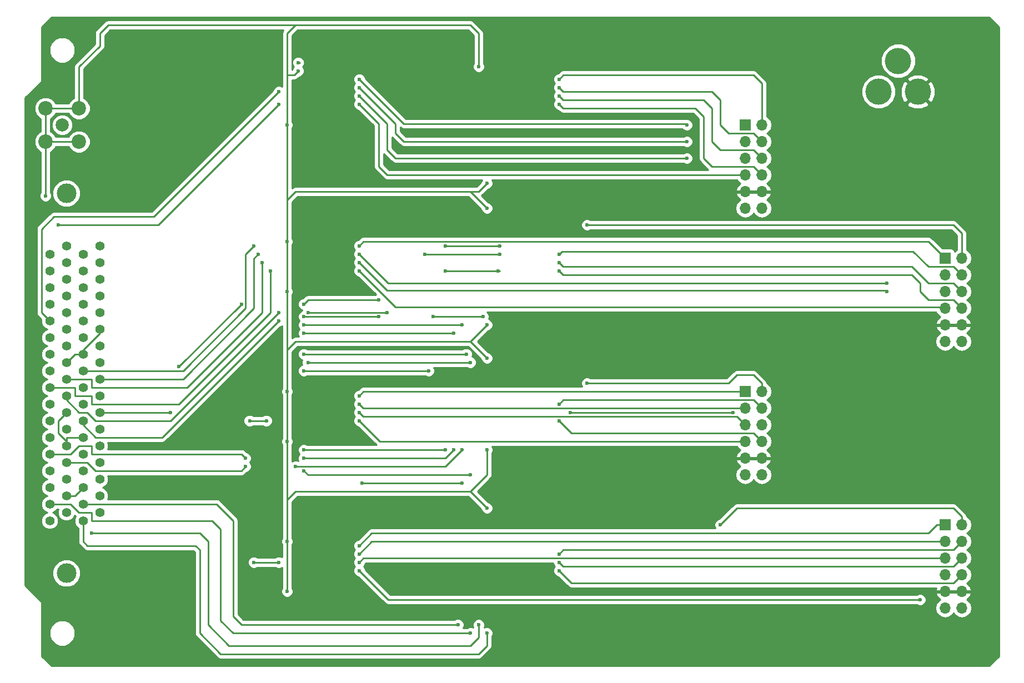
<source format=gbr>
G04 #@! TF.FileFunction,Copper,L2,Bot,Signal*
%FSLAX46Y46*%
G04 Gerber Fmt 4.6, Leading zero omitted, Abs format (unit mm)*
G04 Created by KiCad (PCBNEW 4.0.7) date 11/06/18 11:25:05*
%MOMM*%
%LPD*%
G01*
G04 APERTURE LIST*
%ADD10C,0.100000*%
%ADD11C,3.000000*%
%ADD12C,1.400000*%
%ADD13C,2.200000*%
%ADD14C,2.000000*%
%ADD15R,1.700000X1.700000*%
%ADD16O,1.700000X1.700000*%
%ADD17C,4.000000*%
%ADD18C,0.600000*%
%ADD19C,0.250000*%
%ADD20C,0.254000*%
G04 APERTURE END LIST*
D10*
D11*
X33655000Y-111515000D03*
D12*
X33655000Y-61595000D03*
X38735000Y-61595000D03*
X36195000Y-62865000D03*
X38735000Y-64135000D03*
X36195000Y-65405000D03*
X38735000Y-66675000D03*
X36195000Y-67945000D03*
X38735000Y-69215000D03*
X36195000Y-70485000D03*
X38735000Y-71755000D03*
X36195000Y-73025000D03*
X38735000Y-74295000D03*
X36195000Y-75565000D03*
X38735000Y-76835000D03*
X36195000Y-78105000D03*
X38735000Y-79375000D03*
X36195000Y-80645000D03*
X38735000Y-81915000D03*
X36195000Y-83185000D03*
X38735000Y-84455000D03*
X36195000Y-85725000D03*
X38735000Y-86995000D03*
X36195000Y-88265000D03*
X38735000Y-89535000D03*
X36195000Y-90805000D03*
X38735000Y-92075000D03*
X36195000Y-93345000D03*
X38735000Y-94615000D03*
X36195000Y-95885000D03*
X38735000Y-97155000D03*
X36195000Y-98425000D03*
X38735000Y-99695000D03*
X36195000Y-100965000D03*
X38735000Y-102235000D03*
X36195000Y-103505000D03*
X31115000Y-62865000D03*
X33655000Y-64135000D03*
X31115000Y-65405000D03*
X33655000Y-66675000D03*
X31115000Y-67945000D03*
X33655000Y-69215000D03*
X31115000Y-70485000D03*
X33655000Y-71755000D03*
X31115000Y-73025000D03*
X33655000Y-74295000D03*
X31115000Y-75565000D03*
X33655000Y-76835000D03*
X31115000Y-78105000D03*
X33655000Y-79375000D03*
X31115000Y-80645000D03*
X33655000Y-81915000D03*
X31115000Y-83185000D03*
X33655000Y-84455000D03*
X31115000Y-85725000D03*
X33655000Y-86995000D03*
X31115000Y-88265000D03*
X33655000Y-89535000D03*
X31115000Y-90805000D03*
X33655000Y-92075000D03*
X31115000Y-93345000D03*
X33655000Y-94615000D03*
X31115000Y-95885000D03*
X33655000Y-97155000D03*
X31115000Y-98425000D03*
X33655000Y-99695000D03*
X31115000Y-100965000D03*
X33655000Y-102235000D03*
X31115000Y-103505000D03*
D11*
X33655000Y-53585000D03*
D13*
X30480000Y-45720000D03*
X30480000Y-40640000D03*
X35560000Y-40640000D03*
X35560000Y-45720000D03*
D14*
X33020000Y-43180000D03*
D15*
X167640000Y-104140000D03*
D16*
X170180000Y-104140000D03*
X167640000Y-106680000D03*
X170180000Y-106680000D03*
X167640000Y-109220000D03*
X170180000Y-109220000D03*
X167640000Y-111760000D03*
X170180000Y-111760000D03*
X167640000Y-114300000D03*
X170180000Y-114300000D03*
X167640000Y-116840000D03*
X170180000Y-116840000D03*
D15*
X137160000Y-83820000D03*
D16*
X139700000Y-83820000D03*
X137160000Y-86360000D03*
X139700000Y-86360000D03*
X137160000Y-88900000D03*
X139700000Y-88900000D03*
X137160000Y-91440000D03*
X139700000Y-91440000D03*
X137160000Y-93980000D03*
X139700000Y-93980000D03*
X137160000Y-96520000D03*
X139700000Y-96520000D03*
D15*
X167640000Y-63500000D03*
D16*
X170180000Y-63500000D03*
X167640000Y-66040000D03*
X170180000Y-66040000D03*
X167640000Y-68580000D03*
X170180000Y-68580000D03*
X167640000Y-71120000D03*
X170180000Y-71120000D03*
X167640000Y-73660000D03*
X170180000Y-73660000D03*
X167640000Y-76200000D03*
X170180000Y-76200000D03*
D15*
X137160000Y-43180000D03*
D16*
X139700000Y-43180000D03*
X137160000Y-45720000D03*
X139700000Y-45720000D03*
X137160000Y-48260000D03*
X139700000Y-48260000D03*
X137160000Y-50800000D03*
X139700000Y-50800000D03*
X137160000Y-53340000D03*
X139700000Y-53340000D03*
X137160000Y-55880000D03*
X139700000Y-55880000D03*
D17*
X157480000Y-38100000D03*
X163480000Y-38100000D03*
X160480000Y-33400000D03*
D18*
X78310000Y-83185000D03*
X74930000Y-81915000D03*
X69010000Y-33655000D03*
X93980000Y-97790000D03*
X78740000Y-97790000D03*
X33655000Y-92075000D03*
X30480000Y-53975000D03*
X69010000Y-34925000D03*
X96520000Y-34290000D03*
X97790000Y-52070000D03*
X97790000Y-55880000D03*
X97790000Y-73660000D03*
X97790000Y-78740000D03*
X97790000Y-92710000D03*
X97790000Y-101600000D03*
X67310000Y-43180000D03*
X67310000Y-60960000D03*
X67310000Y-68580000D03*
X67310000Y-83820000D03*
X67310000Y-91440000D03*
X67310000Y-106680000D03*
X67310000Y-114300000D03*
X92710000Y-74930000D03*
X69850000Y-74930000D03*
X95250000Y-79375000D03*
X70485000Y-79375000D03*
X62230000Y-61595000D03*
X62865000Y-62865000D03*
X97155000Y-72390000D03*
X89535000Y-72390000D03*
X88900000Y-80645000D03*
X69850000Y-80645000D03*
X49530000Y-86995000D03*
X99490000Y-65405000D03*
X66040000Y-73025000D03*
X69850000Y-72390000D03*
X81280000Y-72390000D03*
X91440000Y-65405000D03*
X91440000Y-92710000D03*
X69850000Y-92710000D03*
X95250000Y-96520000D03*
X69850000Y-95885000D03*
X93345000Y-119380000D03*
X97790000Y-120650000D03*
X66040000Y-38100000D03*
X32385000Y-58420000D03*
X66040000Y-40005000D03*
X93980000Y-73660000D03*
X69850000Y-73660000D03*
X94615000Y-78105000D03*
X69850000Y-78105000D03*
X63500000Y-64135000D03*
X64770000Y-65405000D03*
X66040000Y-71755000D03*
X70485000Y-71755000D03*
X82550000Y-71755000D03*
X91440000Y-61595000D03*
X99695000Y-61595000D03*
X50800000Y-80010000D03*
X60325000Y-70485000D03*
X69850000Y-70485000D03*
X81280000Y-69850000D03*
X88265000Y-62865000D03*
X99695000Y-62865000D03*
X64135000Y-88265000D03*
X61595000Y-88265000D03*
X92710000Y-92710000D03*
X69850000Y-93980000D03*
X60960000Y-93980000D03*
X93980000Y-92710000D03*
X68580000Y-95250000D03*
X60960000Y-95250000D03*
X66040000Y-109855000D03*
X62230000Y-109855000D03*
X95250000Y-120650000D03*
X37465000Y-105410000D03*
X96520000Y-119380000D03*
X78310000Y-107315000D03*
X78310000Y-108585000D03*
X78310000Y-109855000D03*
X78310000Y-111125000D03*
X163830000Y-115570000D03*
X133350000Y-104140000D03*
X108790000Y-108585000D03*
X108790000Y-109855000D03*
X108790000Y-111125000D03*
X78310000Y-84455000D03*
X78310000Y-85725000D03*
X78310000Y-86995000D03*
X78310000Y-88265000D03*
X113030000Y-82550000D03*
X108790000Y-85725000D03*
X135255000Y-86995000D03*
X110490000Y-86995000D03*
X108790000Y-88265000D03*
X78310000Y-61595000D03*
X78310000Y-62865000D03*
X158750000Y-67310000D03*
X78310000Y-64135000D03*
X158750000Y-68580000D03*
X78310000Y-65405000D03*
X113030000Y-58420000D03*
X108790000Y-62865000D03*
X108790000Y-64135000D03*
X108790000Y-65405000D03*
X78310000Y-36195000D03*
X128270000Y-43180000D03*
X78310000Y-37465000D03*
X128270000Y-45720000D03*
X78310000Y-38735000D03*
X128270000Y-48260000D03*
X78310000Y-40005000D03*
X108790000Y-36195000D03*
X108790000Y-37465000D03*
X108790000Y-38735000D03*
X108790000Y-40005000D03*
D19*
X76200000Y-83185000D02*
X74930000Y-81915000D01*
X76200000Y-83185000D02*
X78310000Y-83185000D01*
X69010000Y-33655000D02*
X69215000Y-33655000D01*
X78740000Y-97790000D02*
X93980000Y-97790000D01*
X33655000Y-86995000D02*
X32385000Y-88265000D01*
X32385000Y-90170000D02*
X33655000Y-91440000D01*
X32385000Y-88265000D02*
X32385000Y-90170000D01*
X33655000Y-91440000D02*
X33655000Y-92075000D01*
X33655000Y-92075000D02*
X33655000Y-90805000D01*
X33655000Y-90805000D02*
X36195000Y-90805000D01*
X36195000Y-78105000D02*
X34925000Y-78105000D01*
X34925000Y-78105000D02*
X33655000Y-79375000D01*
X38735000Y-74295000D02*
X38735000Y-74930000D01*
X38735000Y-74930000D02*
X36195000Y-77470000D01*
X36195000Y-77470000D02*
X36195000Y-78105000D01*
X33655000Y-99695000D02*
X34925000Y-99695000D01*
X34925000Y-99695000D02*
X36195000Y-98425000D01*
X30480000Y-45720000D02*
X35560000Y-45720000D01*
X40005000Y-27940000D02*
X68580000Y-27940000D01*
X38735000Y-29210000D02*
X40005000Y-27940000D01*
X38735000Y-31115000D02*
X38735000Y-29210000D01*
X35560000Y-34290000D02*
X38735000Y-31115000D01*
X35560000Y-40640000D02*
X35560000Y-34290000D01*
X30480000Y-45720000D02*
X30480000Y-53975000D01*
X30480000Y-45720000D02*
X30480000Y-40640000D01*
X35560000Y-40640000D02*
X30480000Y-40640000D01*
X67310000Y-35560000D02*
X68375000Y-35560000D01*
X68375000Y-35560000D02*
X69010000Y-34925000D01*
X67310000Y-35560000D02*
X67310000Y-29210000D01*
X67310000Y-29210000D02*
X68580000Y-27940000D01*
X96520000Y-29210000D02*
X96520000Y-34290000D01*
X95250000Y-27940000D02*
X96520000Y-29210000D01*
X68580000Y-27940000D02*
X95250000Y-27940000D01*
X95250000Y-53340000D02*
X96520000Y-53340000D01*
X96520000Y-53340000D02*
X97790000Y-52070000D01*
X67310000Y-54610000D02*
X68580000Y-53340000D01*
X95250000Y-53340000D02*
X97790000Y-55880000D01*
X68580000Y-53340000D02*
X95250000Y-53340000D01*
X95250000Y-76200000D02*
X97790000Y-73660000D01*
X67310000Y-77470000D02*
X68580000Y-76200000D01*
X96520000Y-77470000D02*
X97790000Y-78740000D01*
X95250000Y-76200000D02*
X96520000Y-77470000D01*
X68580000Y-76200000D02*
X95250000Y-76200000D01*
X95250000Y-99060000D02*
X97790000Y-96520000D01*
X97790000Y-96520000D02*
X97790000Y-92710000D01*
X67310000Y-100330000D02*
X68580000Y-99060000D01*
X95250000Y-99060000D02*
X97790000Y-101600000D01*
X68580000Y-99060000D02*
X95250000Y-99060000D01*
X67310000Y-43180000D02*
X67310000Y-38100000D01*
X67310000Y-38100000D02*
X67310000Y-35560000D01*
X67310000Y-60960000D02*
X67310000Y-54610000D01*
X67310000Y-54610000D02*
X67310000Y-43180000D01*
X67310000Y-68580000D02*
X67310000Y-60960000D01*
X67310000Y-83820000D02*
X67310000Y-77470000D01*
X67310000Y-77470000D02*
X67310000Y-68580000D01*
X67310000Y-91440000D02*
X67310000Y-83820000D01*
X67310000Y-106680000D02*
X67310000Y-100330000D01*
X67310000Y-100330000D02*
X67310000Y-91440000D01*
X67310000Y-114300000D02*
X67310000Y-106680000D01*
X69850000Y-74930000D02*
X92710000Y-74930000D01*
X70485000Y-79375000D02*
X95250000Y-79375000D01*
X36195000Y-80645000D02*
X51435000Y-80645000D01*
X60960000Y-62865000D02*
X62230000Y-61595000D01*
X60960000Y-71120000D02*
X60960000Y-62865000D01*
X51435000Y-80645000D02*
X60960000Y-71120000D01*
X38735000Y-81915000D02*
X51435000Y-81915000D01*
X62230000Y-63500000D02*
X62865000Y-62865000D01*
X62230000Y-71120000D02*
X62230000Y-63500000D01*
X51435000Y-81915000D02*
X62230000Y-71120000D01*
X38735000Y-86995000D02*
X49530000Y-86995000D01*
X89535000Y-72390000D02*
X97155000Y-72390000D01*
X69850000Y-80645000D02*
X88900000Y-80645000D01*
X36195000Y-88900000D02*
X38100000Y-90805000D01*
X38100000Y-90805000D02*
X48260000Y-90805000D01*
X48260000Y-90805000D02*
X66040000Y-73025000D01*
X69850000Y-72390000D02*
X81280000Y-72390000D01*
X91440000Y-65405000D02*
X99695000Y-65405000D01*
X99695000Y-65405000D02*
X99490000Y-65405000D01*
X36195000Y-88265000D02*
X36195000Y-88900000D01*
X69850000Y-92710000D02*
X91440000Y-92710000D01*
X70485000Y-96520000D02*
X95250000Y-96520000D01*
X69850000Y-95885000D02*
X70485000Y-96520000D01*
X36195000Y-100965000D02*
X56515000Y-100965000D01*
X93345000Y-119380000D02*
X93345000Y-119380000D01*
X60325000Y-119380000D02*
X93345000Y-119380000D01*
X59055000Y-118110000D02*
X60325000Y-119380000D01*
X59055000Y-103505000D02*
X59055000Y-118110000D01*
X56515000Y-100965000D02*
X59055000Y-103505000D01*
X36195000Y-103505000D02*
X36195000Y-106680000D01*
X97790000Y-122555000D02*
X97790000Y-120650000D01*
X96520000Y-123825000D02*
X97790000Y-122555000D01*
X57150000Y-123825000D02*
X96520000Y-123825000D01*
X53975000Y-120650000D02*
X57150000Y-123825000D01*
X53975000Y-107950000D02*
X53975000Y-120650000D01*
X53340000Y-107315000D02*
X53975000Y-107950000D01*
X36830000Y-107315000D02*
X53340000Y-107315000D01*
X36195000Y-106680000D02*
X36830000Y-107315000D01*
X29845000Y-71755000D02*
X31115000Y-73025000D01*
X29845000Y-59055000D02*
X29845000Y-71755000D01*
X31750000Y-57150000D02*
X29845000Y-59055000D01*
X46990000Y-57150000D02*
X31750000Y-57150000D01*
X66040000Y-38100000D02*
X46990000Y-57150000D01*
X47625000Y-58420000D02*
X32385000Y-58420000D01*
X66040000Y-40005000D02*
X47625000Y-58420000D01*
X69850000Y-73660000D02*
X93980000Y-73660000D01*
X69850000Y-78105000D02*
X94615000Y-78105000D01*
X33655000Y-81915000D02*
X37465000Y-81915000D01*
X63500000Y-71755000D02*
X63500000Y-64135000D01*
X52070000Y-83185000D02*
X63500000Y-71755000D01*
X37465000Y-83185000D02*
X52070000Y-83185000D01*
X37465000Y-81915000D02*
X37465000Y-83185000D01*
X31115000Y-83185000D02*
X34925000Y-83185000D01*
X64770000Y-71755000D02*
X64770000Y-65405000D01*
X50800000Y-85725000D02*
X64770000Y-71755000D01*
X37465000Y-85725000D02*
X50800000Y-85725000D01*
X37465000Y-84455000D02*
X37465000Y-85725000D01*
X34925000Y-84455000D02*
X37465000Y-84455000D01*
X34925000Y-83185000D02*
X34925000Y-84455000D01*
X33655000Y-84455000D02*
X33655000Y-85090000D01*
X33655000Y-85090000D02*
X35560000Y-86995000D01*
X35560000Y-86995000D02*
X36830000Y-86995000D01*
X36830000Y-86995000D02*
X38100000Y-88265000D01*
X38100000Y-88265000D02*
X49530000Y-88265000D01*
X49530000Y-88265000D02*
X66040000Y-71755000D01*
X70485000Y-71755000D02*
X82550000Y-71755000D01*
X91440000Y-61595000D02*
X99695000Y-61595000D01*
X50800000Y-80010000D02*
X60325000Y-70485000D01*
X69850000Y-70485000D02*
X70485000Y-69850000D01*
X70485000Y-69850000D02*
X81280000Y-69850000D01*
X88265000Y-62865000D02*
X99695000Y-62865000D01*
X61595000Y-88265000D02*
X64135000Y-88265000D01*
X31115000Y-93345000D02*
X34290000Y-93345000D01*
X91440000Y-93980000D02*
X92710000Y-92710000D01*
X69850000Y-93980000D02*
X91440000Y-93980000D01*
X60325000Y-93345000D02*
X60960000Y-93980000D01*
X37465000Y-93345000D02*
X60325000Y-93345000D01*
X37465000Y-92075000D02*
X37465000Y-93345000D01*
X35560000Y-92075000D02*
X37465000Y-92075000D01*
X34925000Y-92710000D02*
X35560000Y-92075000D01*
X34290000Y-93345000D02*
X34925000Y-92710000D01*
X33655000Y-94615000D02*
X36830000Y-94615000D01*
X91440000Y-95250000D02*
X93980000Y-92710000D01*
X68580000Y-95250000D02*
X91440000Y-95250000D01*
X60325000Y-95885000D02*
X60960000Y-95250000D01*
X38100000Y-95885000D02*
X60325000Y-95885000D01*
X36830000Y-94615000D02*
X38100000Y-95885000D01*
X62230000Y-109855000D02*
X66040000Y-109855000D01*
X31115000Y-100965000D02*
X34290000Y-100965000D01*
X34290000Y-100965000D02*
X35560000Y-102235000D01*
X35560000Y-102235000D02*
X37465000Y-102235000D01*
X37465000Y-102235000D02*
X37465000Y-103505000D01*
X37465000Y-103505000D02*
X55880000Y-103505000D01*
X55880000Y-103505000D02*
X57150000Y-104775000D01*
X57150000Y-104775000D02*
X57150000Y-118745000D01*
X57150000Y-118745000D02*
X59055000Y-120650000D01*
X59055000Y-120650000D02*
X95250000Y-120650000D01*
X53975000Y-105410000D02*
X37465000Y-105410000D01*
X55245000Y-106680000D02*
X53975000Y-105410000D01*
X55245000Y-119380000D02*
X55245000Y-106680000D01*
X58420000Y-122555000D02*
X55245000Y-119380000D01*
X95250000Y-122555000D02*
X58420000Y-122555000D01*
X96520000Y-121285000D02*
X95250000Y-122555000D01*
X96520000Y-120650000D02*
X96520000Y-121285000D01*
X96520000Y-119380000D02*
X96520000Y-120650000D01*
X167640000Y-104140000D02*
X166370000Y-104140000D01*
X165100000Y-105410000D02*
X166370000Y-104140000D01*
X80215000Y-105410000D02*
X165100000Y-105410000D01*
X80215000Y-105410000D02*
X78310000Y-107315000D01*
X167640000Y-106680000D02*
X80215000Y-106680000D01*
X80215000Y-106680000D02*
X78310000Y-108585000D01*
X167640000Y-109220000D02*
X78945000Y-109220000D01*
X78945000Y-109220000D02*
X78310000Y-109855000D01*
X82755000Y-115570000D02*
X163830000Y-115570000D01*
X82755000Y-115570000D02*
X78310000Y-111125000D01*
X170180000Y-102870000D02*
X170180000Y-104140000D01*
X168910000Y-101600000D02*
X170180000Y-102870000D01*
X135890000Y-101600000D02*
X168910000Y-101600000D01*
X133350000Y-104140000D02*
X135890000Y-101600000D01*
X170180000Y-106680000D02*
X168910000Y-107950000D01*
X109425000Y-107950000D02*
X168910000Y-107950000D01*
X109425000Y-107950000D02*
X108790000Y-108585000D01*
X170180000Y-109220000D02*
X168910000Y-110490000D01*
X109425000Y-110490000D02*
X168910000Y-110490000D01*
X109425000Y-110490000D02*
X108790000Y-109855000D01*
X170180000Y-111760000D02*
X168910000Y-113030000D01*
X110695000Y-113030000D02*
X168910000Y-113030000D01*
X110695000Y-113030000D02*
X108790000Y-111125000D01*
X137160000Y-83820000D02*
X78945000Y-83820000D01*
X78945000Y-83820000D02*
X78310000Y-84455000D01*
X137160000Y-86360000D02*
X78945000Y-86360000D01*
X78945000Y-86360000D02*
X78310000Y-85725000D01*
X137160000Y-88900000D02*
X135890000Y-87630000D01*
X78945000Y-87630000D02*
X135890000Y-87630000D01*
X78945000Y-87630000D02*
X78310000Y-86995000D01*
X137160000Y-91440000D02*
X81485000Y-91440000D01*
X81485000Y-91440000D02*
X78310000Y-88265000D01*
X139700000Y-82550000D02*
X139700000Y-83820000D01*
X138430000Y-81280000D02*
X139700000Y-82550000D01*
X135890000Y-81280000D02*
X138430000Y-81280000D01*
X134620000Y-82550000D02*
X135890000Y-81280000D01*
X113030000Y-82550000D02*
X134620000Y-82550000D01*
X139700000Y-86360000D02*
X138430000Y-85090000D01*
X109425000Y-85090000D02*
X138430000Y-85090000D01*
X109425000Y-85090000D02*
X108790000Y-85725000D01*
X110490000Y-86995000D02*
X135255000Y-86995000D01*
X139700000Y-91440000D02*
X138430000Y-90170000D01*
X110695000Y-90170000D02*
X138430000Y-90170000D01*
X110695000Y-90170000D02*
X108790000Y-88265000D01*
X167640000Y-63500000D02*
X165100000Y-60960000D01*
X78945000Y-60960000D02*
X165100000Y-60960000D01*
X78945000Y-60960000D02*
X78310000Y-61595000D01*
X82755000Y-67310000D02*
X158750000Y-67310000D01*
X82755000Y-67310000D02*
X78310000Y-62865000D01*
X158545000Y-68375000D02*
X158750000Y-68580000D01*
X82550000Y-68375000D02*
X158545000Y-68375000D01*
X82550000Y-68375000D02*
X78310000Y-64135000D01*
X167435000Y-70915000D02*
X83820000Y-70915000D01*
X83820000Y-70915000D02*
X78310000Y-65405000D01*
X167435000Y-70915000D02*
X167640000Y-71120000D01*
X170180000Y-59690000D02*
X170180000Y-63500000D01*
X168910000Y-58420000D02*
X170180000Y-59690000D01*
X113030000Y-58420000D02*
X168910000Y-58420000D01*
X170180000Y-66040000D02*
X168910000Y-64770000D01*
X165100000Y-64770000D02*
X168910000Y-64770000D01*
X162765000Y-62435000D02*
X165100000Y-64770000D01*
X109220000Y-62435000D02*
X162765000Y-62435000D01*
X109220000Y-62435000D02*
X108790000Y-62865000D01*
X170180000Y-68580000D02*
X168910000Y-67310000D01*
X165100000Y-67310000D02*
X168910000Y-67310000D01*
X162560000Y-64770000D02*
X165100000Y-67310000D01*
X109425000Y-64770000D02*
X162560000Y-64770000D01*
X109425000Y-64770000D02*
X108790000Y-64135000D01*
X170180000Y-71120000D02*
X168910000Y-69850000D01*
X165100000Y-69850000D02*
X168910000Y-69850000D01*
X163830000Y-68580000D02*
X165100000Y-69850000D01*
X163830000Y-67310000D02*
X163830000Y-68580000D01*
X162560000Y-66040000D02*
X163830000Y-67310000D01*
X109425000Y-66040000D02*
X162560000Y-66040000D01*
X109425000Y-66040000D02*
X108790000Y-65405000D01*
X128065000Y-42975000D02*
X128270000Y-43180000D01*
X85090000Y-42975000D02*
X128065000Y-42975000D01*
X85090000Y-42975000D02*
X78310000Y-36195000D01*
X85090000Y-45720000D02*
X128270000Y-45720000D01*
X83820000Y-44450000D02*
X85090000Y-45720000D01*
X83820000Y-42975000D02*
X83820000Y-44450000D01*
X83820000Y-42975000D02*
X78310000Y-37465000D01*
X83820000Y-48260000D02*
X128270000Y-48260000D01*
X82550000Y-46990000D02*
X83820000Y-48260000D01*
X82550000Y-42975000D02*
X82550000Y-46990000D01*
X82550000Y-42975000D02*
X78310000Y-38735000D01*
X137160000Y-50800000D02*
X82550000Y-50800000D01*
X81280000Y-49530000D02*
X82550000Y-50800000D01*
X81280000Y-42975000D02*
X81280000Y-49530000D01*
X81280000Y-42975000D02*
X78310000Y-40005000D01*
X139700000Y-43180000D02*
X139700000Y-36830000D01*
X138430000Y-35560000D02*
X139700000Y-36830000D01*
X109425000Y-35560000D02*
X138430000Y-35560000D01*
X109425000Y-35560000D02*
X108790000Y-36195000D01*
X139700000Y-45720000D02*
X138430000Y-44450000D01*
X134620000Y-44450000D02*
X138430000Y-44450000D01*
X133350000Y-43180000D02*
X134620000Y-44450000D01*
X133350000Y-39370000D02*
X133350000Y-43180000D01*
X132080000Y-38100000D02*
X133350000Y-39370000D01*
X109425000Y-38100000D02*
X132080000Y-38100000D01*
X109425000Y-38100000D02*
X108790000Y-37465000D01*
X139700000Y-48260000D02*
X138430000Y-46990000D01*
X133350000Y-46990000D02*
X138430000Y-46990000D01*
X132080000Y-45720000D02*
X133350000Y-46990000D01*
X132080000Y-40640000D02*
X132080000Y-45720000D01*
X130810000Y-39370000D02*
X132080000Y-40640000D01*
X109425000Y-39370000D02*
X130810000Y-39370000D01*
X109425000Y-39370000D02*
X108790000Y-38735000D01*
X139700000Y-50800000D02*
X138430000Y-49530000D01*
X132080000Y-49530000D02*
X138430000Y-49530000D01*
X130810000Y-48260000D02*
X132080000Y-49530000D01*
X130810000Y-41910000D02*
X130810000Y-48260000D01*
X129540000Y-40640000D02*
X130810000Y-41910000D01*
X109425000Y-40640000D02*
X129540000Y-40640000D01*
X109425000Y-40640000D02*
X108790000Y-40005000D01*
X33655000Y-72390000D02*
X33655000Y-71755000D01*
D20*
G36*
X175820000Y-28234092D02*
X175820000Y-124165908D01*
X174330908Y-125655000D01*
X31409092Y-125655000D01*
X29920000Y-124165908D01*
X29920000Y-121043109D01*
X31034657Y-121043109D01*
X31336218Y-121772943D01*
X31894120Y-122331819D01*
X32623427Y-122634654D01*
X33413109Y-122635343D01*
X34142943Y-122333782D01*
X34701819Y-121775880D01*
X35004654Y-121046573D01*
X35005343Y-120256891D01*
X34703782Y-119527057D01*
X34145880Y-118968181D01*
X33416573Y-118665346D01*
X32626891Y-118664657D01*
X31897057Y-118966218D01*
X31338181Y-119524120D01*
X31035346Y-120253427D01*
X31034657Y-121043109D01*
X29920000Y-121043109D01*
X29920000Y-116205000D01*
X29865954Y-115933295D01*
X29712046Y-115702954D01*
X29712043Y-115702952D01*
X27380000Y-113370908D01*
X27380000Y-111937815D01*
X31519630Y-111937815D01*
X31843980Y-112722800D01*
X32444041Y-113323909D01*
X33228459Y-113649628D01*
X34077815Y-113650370D01*
X34862800Y-113326020D01*
X35463909Y-112725959D01*
X35789628Y-111941541D01*
X35790370Y-111092185D01*
X35466020Y-110307200D01*
X34865959Y-109706091D01*
X34081541Y-109380372D01*
X33232185Y-109379630D01*
X32447200Y-109703980D01*
X31846091Y-110304041D01*
X31520372Y-111088459D01*
X31519630Y-111937815D01*
X27380000Y-111937815D01*
X27380000Y-40983599D01*
X28744699Y-40983599D01*
X29008281Y-41621515D01*
X29495918Y-42110004D01*
X29720000Y-42203051D01*
X29720000Y-44156753D01*
X29498485Y-44248281D01*
X29009996Y-44735918D01*
X28745301Y-45373373D01*
X28744699Y-46063599D01*
X29008281Y-46701515D01*
X29495918Y-47190004D01*
X29720000Y-47283051D01*
X29720000Y-53412537D01*
X29687808Y-53444673D01*
X29545162Y-53788201D01*
X29544838Y-54160167D01*
X29686883Y-54503943D01*
X29949673Y-54767192D01*
X30293201Y-54909838D01*
X30665167Y-54910162D01*
X31008943Y-54768117D01*
X31272192Y-54505327D01*
X31414838Y-54161799D01*
X31414972Y-54007815D01*
X31519630Y-54007815D01*
X31843980Y-54792800D01*
X32444041Y-55393909D01*
X33228459Y-55719628D01*
X34077815Y-55720370D01*
X34862800Y-55396020D01*
X35463909Y-54795959D01*
X35789628Y-54011541D01*
X35790370Y-53162185D01*
X35466020Y-52377200D01*
X34865959Y-51776091D01*
X34081541Y-51450372D01*
X33232185Y-51449630D01*
X32447200Y-51773980D01*
X31846091Y-52374041D01*
X31520372Y-53158459D01*
X31519630Y-54007815D01*
X31414972Y-54007815D01*
X31415162Y-53789833D01*
X31273117Y-53446057D01*
X31240000Y-53412882D01*
X31240000Y-47283247D01*
X31461515Y-47191719D01*
X31950004Y-46704082D01*
X32043051Y-46480000D01*
X33996753Y-46480000D01*
X34088281Y-46701515D01*
X34575918Y-47190004D01*
X35213373Y-47454699D01*
X35903599Y-47455301D01*
X36541515Y-47191719D01*
X37030004Y-46704082D01*
X37294699Y-46066627D01*
X37295301Y-45376401D01*
X37031719Y-44738485D01*
X36544082Y-44249996D01*
X35906627Y-43985301D01*
X35216401Y-43984699D01*
X34578485Y-44248281D01*
X34089996Y-44735918D01*
X33996949Y-44960000D01*
X32043247Y-44960000D01*
X31951719Y-44738485D01*
X31464082Y-44249996D01*
X31240000Y-44156949D01*
X31240000Y-43503795D01*
X31384716Y-43503795D01*
X31633106Y-44104943D01*
X32092637Y-44565278D01*
X32693352Y-44814716D01*
X33343795Y-44815284D01*
X33944943Y-44566894D01*
X34405278Y-44107363D01*
X34654716Y-43506648D01*
X34655284Y-42856205D01*
X34406894Y-42255057D01*
X33947363Y-41794722D01*
X33346648Y-41545284D01*
X32696205Y-41544716D01*
X32095057Y-41793106D01*
X31634722Y-42252637D01*
X31385284Y-42853352D01*
X31384716Y-43503795D01*
X31240000Y-43503795D01*
X31240000Y-42203247D01*
X31461515Y-42111719D01*
X31950004Y-41624082D01*
X32043051Y-41400000D01*
X33996753Y-41400000D01*
X34088281Y-41621515D01*
X34575918Y-42110004D01*
X35213373Y-42374699D01*
X35903599Y-42375301D01*
X36541515Y-42111719D01*
X37030004Y-41624082D01*
X37294699Y-40986627D01*
X37295301Y-40296401D01*
X37031719Y-39658485D01*
X36544082Y-39169996D01*
X36320000Y-39076949D01*
X36320000Y-34604802D01*
X39272401Y-31652401D01*
X39437148Y-31405839D01*
X39495000Y-31115000D01*
X39495000Y-29524802D01*
X40319802Y-28700000D01*
X66754290Y-28700000D01*
X66607852Y-28919161D01*
X66550000Y-29210000D01*
X66550000Y-37299367D01*
X66226799Y-37165162D01*
X65854833Y-37164838D01*
X65511057Y-37306883D01*
X65247808Y-37569673D01*
X65105162Y-37913201D01*
X65105121Y-37960077D01*
X46675198Y-56390000D01*
X31750000Y-56390000D01*
X31459161Y-56447852D01*
X31212599Y-56612599D01*
X29307599Y-58517599D01*
X29142852Y-58764161D01*
X29085000Y-59055000D01*
X29085000Y-71755000D01*
X29142852Y-72045839D01*
X29307599Y-72292401D01*
X29780226Y-72765028D01*
X29779769Y-73289383D01*
X29982582Y-73780229D01*
X30357796Y-74156098D01*
X30692527Y-74295091D01*
X30359771Y-74432582D01*
X29983902Y-74807796D01*
X29780232Y-75298287D01*
X29779769Y-75829383D01*
X29982582Y-76320229D01*
X30357796Y-76696098D01*
X30692527Y-76835091D01*
X30359771Y-76972582D01*
X29983902Y-77347796D01*
X29780232Y-77838287D01*
X29779769Y-78369383D01*
X29982582Y-78860229D01*
X30357796Y-79236098D01*
X30692527Y-79375091D01*
X30359771Y-79512582D01*
X29983902Y-79887796D01*
X29780232Y-80378287D01*
X29779769Y-80909383D01*
X29982582Y-81400229D01*
X30357796Y-81776098D01*
X30692527Y-81915091D01*
X30359771Y-82052582D01*
X29983902Y-82427796D01*
X29780232Y-82918287D01*
X29779769Y-83449383D01*
X29982582Y-83940229D01*
X30357796Y-84316098D01*
X30692527Y-84455091D01*
X30359771Y-84592582D01*
X29983902Y-84967796D01*
X29780232Y-85458287D01*
X29779769Y-85989383D01*
X29982582Y-86480229D01*
X30357796Y-86856098D01*
X30692527Y-86995091D01*
X30359771Y-87132582D01*
X29983902Y-87507796D01*
X29780232Y-87998287D01*
X29779769Y-88529383D01*
X29982582Y-89020229D01*
X30357796Y-89396098D01*
X30692527Y-89535091D01*
X30359771Y-89672582D01*
X29983902Y-90047796D01*
X29780232Y-90538287D01*
X29779769Y-91069383D01*
X29982582Y-91560229D01*
X30357796Y-91936098D01*
X30692527Y-92075091D01*
X30359771Y-92212582D01*
X29983902Y-92587796D01*
X29780232Y-93078287D01*
X29779769Y-93609383D01*
X29982582Y-94100229D01*
X30357796Y-94476098D01*
X30692527Y-94615091D01*
X30359771Y-94752582D01*
X29983902Y-95127796D01*
X29780232Y-95618287D01*
X29779769Y-96149383D01*
X29982582Y-96640229D01*
X30357796Y-97016098D01*
X30692527Y-97155091D01*
X30359771Y-97292582D01*
X29983902Y-97667796D01*
X29780232Y-98158287D01*
X29779769Y-98689383D01*
X29982582Y-99180229D01*
X30357796Y-99556098D01*
X30692527Y-99695091D01*
X30359771Y-99832582D01*
X29983902Y-100207796D01*
X29780232Y-100698287D01*
X29779769Y-101229383D01*
X29982582Y-101720229D01*
X30357796Y-102096098D01*
X30692527Y-102235091D01*
X30359771Y-102372582D01*
X29983902Y-102747796D01*
X29780232Y-103238287D01*
X29779769Y-103769383D01*
X29982582Y-104260229D01*
X30357796Y-104636098D01*
X30848287Y-104839768D01*
X31379383Y-104840231D01*
X31870229Y-104637418D01*
X32246098Y-104262204D01*
X32449768Y-103771713D01*
X32450231Y-103240617D01*
X32247418Y-102749771D01*
X31872204Y-102373902D01*
X31537473Y-102234909D01*
X31870229Y-102097418D01*
X32243297Y-101725000D01*
X32421254Y-101725000D01*
X32320232Y-101968287D01*
X32319769Y-102499383D01*
X32522582Y-102990229D01*
X32897796Y-103366098D01*
X33388287Y-103569768D01*
X33919383Y-103570231D01*
X34410229Y-103367418D01*
X34786098Y-102992204D01*
X34919980Y-102669782D01*
X35022599Y-102772401D01*
X35046933Y-102788661D01*
X34860232Y-103238287D01*
X34859769Y-103769383D01*
X35062582Y-104260229D01*
X35435000Y-104633297D01*
X35435000Y-106680000D01*
X35492852Y-106970839D01*
X35657599Y-107217401D01*
X36292599Y-107852401D01*
X36539161Y-108017148D01*
X36830000Y-108075000D01*
X53025198Y-108075000D01*
X53215000Y-108264802D01*
X53215000Y-120650000D01*
X53272852Y-120940839D01*
X53437599Y-121187401D01*
X56612599Y-124362401D01*
X56859161Y-124527148D01*
X57150000Y-124585000D01*
X96520000Y-124585000D01*
X96810839Y-124527148D01*
X97057401Y-124362401D01*
X98327401Y-123092401D01*
X98492148Y-122845840D01*
X98550000Y-122555000D01*
X98550000Y-121212463D01*
X98582192Y-121180327D01*
X98724838Y-120836799D01*
X98725162Y-120464833D01*
X98583117Y-120121057D01*
X98320327Y-119857808D01*
X97976799Y-119715162D01*
X97604833Y-119714838D01*
X97349570Y-119820310D01*
X97454838Y-119566799D01*
X97455162Y-119194833D01*
X97313117Y-118851057D01*
X97050327Y-118587808D01*
X96706799Y-118445162D01*
X96334833Y-118444838D01*
X95991057Y-118586883D01*
X95727808Y-118849673D01*
X95585162Y-119193201D01*
X95584838Y-119565167D01*
X95690310Y-119820430D01*
X95436799Y-119715162D01*
X95064833Y-119714838D01*
X94721057Y-119856883D01*
X94687882Y-119890000D01*
X94145633Y-119890000D01*
X94279838Y-119566799D01*
X94280162Y-119194833D01*
X94138117Y-118851057D01*
X93875327Y-118587808D01*
X93531799Y-118445162D01*
X93159833Y-118444838D01*
X92816057Y-118586883D01*
X92782882Y-118620000D01*
X60639802Y-118620000D01*
X59815000Y-117795198D01*
X59815000Y-116840000D01*
X166125907Y-116840000D01*
X166238946Y-117408285D01*
X166560853Y-117890054D01*
X167042622Y-118211961D01*
X167610907Y-118325000D01*
X167669093Y-118325000D01*
X168237378Y-118211961D01*
X168719147Y-117890054D01*
X168910000Y-117604422D01*
X169100853Y-117890054D01*
X169582622Y-118211961D01*
X170150907Y-118325000D01*
X170209093Y-118325000D01*
X170777378Y-118211961D01*
X171259147Y-117890054D01*
X171581054Y-117408285D01*
X171694093Y-116840000D01*
X171581054Y-116271715D01*
X171259147Y-115789946D01*
X170918447Y-115562298D01*
X171061358Y-115495183D01*
X171451645Y-115066924D01*
X171621476Y-114656890D01*
X171500155Y-114427000D01*
X170307000Y-114427000D01*
X170307000Y-114447000D01*
X170053000Y-114447000D01*
X170053000Y-114427000D01*
X167767000Y-114427000D01*
X167767000Y-114447000D01*
X167513000Y-114447000D01*
X167513000Y-114427000D01*
X166319845Y-114427000D01*
X166198524Y-114656890D01*
X166368355Y-115066924D01*
X166758642Y-115495183D01*
X166901553Y-115562298D01*
X166560853Y-115789946D01*
X166238946Y-116271715D01*
X166125907Y-116840000D01*
X59815000Y-116840000D01*
X59815000Y-103505000D01*
X59766746Y-103262414D01*
X59757148Y-103214160D01*
X59592401Y-102967599D01*
X57052401Y-100427599D01*
X56805839Y-100262852D01*
X56515000Y-100205000D01*
X39968746Y-100205000D01*
X40069768Y-99961713D01*
X40070231Y-99430617D01*
X39867418Y-98939771D01*
X39492204Y-98563902D01*
X39157473Y-98424909D01*
X39490229Y-98287418D01*
X39866098Y-97912204D01*
X40069768Y-97421713D01*
X40070231Y-96890617D01*
X39968744Y-96645000D01*
X60325000Y-96645000D01*
X60615839Y-96587148D01*
X60862401Y-96422401D01*
X61099680Y-96185122D01*
X61145167Y-96185162D01*
X61488943Y-96043117D01*
X61752192Y-95780327D01*
X61894838Y-95436799D01*
X61895162Y-95064833D01*
X61753117Y-94721057D01*
X61647290Y-94615046D01*
X61752192Y-94510327D01*
X61894838Y-94166799D01*
X61895162Y-93794833D01*
X61753117Y-93451057D01*
X61490327Y-93187808D01*
X61146799Y-93045162D01*
X61099923Y-93045121D01*
X60862401Y-92807599D01*
X60615839Y-92642852D01*
X60325000Y-92585000D01*
X39968746Y-92585000D01*
X40069768Y-92341713D01*
X40070231Y-91810617D01*
X39968744Y-91565000D01*
X48260000Y-91565000D01*
X48550839Y-91507148D01*
X48797401Y-91342401D01*
X51689635Y-88450167D01*
X60659838Y-88450167D01*
X60801883Y-88793943D01*
X61064673Y-89057192D01*
X61408201Y-89199838D01*
X61780167Y-89200162D01*
X62123943Y-89058117D01*
X62157118Y-89025000D01*
X63572537Y-89025000D01*
X63604673Y-89057192D01*
X63948201Y-89199838D01*
X64320167Y-89200162D01*
X64663943Y-89058117D01*
X64927192Y-88795327D01*
X65069838Y-88451799D01*
X65070162Y-88079833D01*
X64928117Y-87736057D01*
X64665327Y-87472808D01*
X64321799Y-87330162D01*
X63949833Y-87329838D01*
X63606057Y-87471883D01*
X63572882Y-87505000D01*
X62157463Y-87505000D01*
X62125327Y-87472808D01*
X61781799Y-87330162D01*
X61409833Y-87329838D01*
X61066057Y-87471883D01*
X60802808Y-87734673D01*
X60660162Y-88078201D01*
X60659838Y-88450167D01*
X51689635Y-88450167D01*
X66179680Y-73960122D01*
X66225167Y-73960162D01*
X66550000Y-73825944D01*
X66550000Y-83257537D01*
X66517808Y-83289673D01*
X66375162Y-83633201D01*
X66374838Y-84005167D01*
X66516883Y-84348943D01*
X66550000Y-84382118D01*
X66550000Y-90877537D01*
X66517808Y-90909673D01*
X66375162Y-91253201D01*
X66374838Y-91625167D01*
X66516883Y-91968943D01*
X66550000Y-92002118D01*
X66550000Y-106117537D01*
X66517808Y-106149673D01*
X66375162Y-106493201D01*
X66374838Y-106865167D01*
X66516883Y-107208943D01*
X66550000Y-107242118D01*
X66550000Y-109054367D01*
X66226799Y-108920162D01*
X65854833Y-108919838D01*
X65511057Y-109061883D01*
X65477882Y-109095000D01*
X62792463Y-109095000D01*
X62760327Y-109062808D01*
X62416799Y-108920162D01*
X62044833Y-108919838D01*
X61701057Y-109061883D01*
X61437808Y-109324673D01*
X61295162Y-109668201D01*
X61294838Y-110040167D01*
X61436883Y-110383943D01*
X61699673Y-110647192D01*
X62043201Y-110789838D01*
X62415167Y-110790162D01*
X62758943Y-110648117D01*
X62792118Y-110615000D01*
X65477537Y-110615000D01*
X65509673Y-110647192D01*
X65853201Y-110789838D01*
X66225167Y-110790162D01*
X66550000Y-110655944D01*
X66550000Y-113737537D01*
X66517808Y-113769673D01*
X66375162Y-114113201D01*
X66374838Y-114485167D01*
X66516883Y-114828943D01*
X66779673Y-115092192D01*
X67123201Y-115234838D01*
X67495167Y-115235162D01*
X67838943Y-115093117D01*
X68102192Y-114830327D01*
X68244838Y-114486799D01*
X68245162Y-114114833D01*
X68103117Y-113771057D01*
X68070000Y-113737882D01*
X68070000Y-107500167D01*
X77374838Y-107500167D01*
X77516883Y-107843943D01*
X77622710Y-107949954D01*
X77517808Y-108054673D01*
X77375162Y-108398201D01*
X77374838Y-108770167D01*
X77516883Y-109113943D01*
X77622710Y-109219954D01*
X77517808Y-109324673D01*
X77375162Y-109668201D01*
X77374838Y-110040167D01*
X77516883Y-110383943D01*
X77622710Y-110489954D01*
X77517808Y-110594673D01*
X77375162Y-110938201D01*
X77374838Y-111310167D01*
X77516883Y-111653943D01*
X77779673Y-111917192D01*
X78123201Y-112059838D01*
X78170077Y-112059879D01*
X82217599Y-116107401D01*
X82464160Y-116272148D01*
X82755000Y-116330000D01*
X163267537Y-116330000D01*
X163299673Y-116362192D01*
X163643201Y-116504838D01*
X164015167Y-116505162D01*
X164358943Y-116363117D01*
X164622192Y-116100327D01*
X164764838Y-115756799D01*
X164765162Y-115384833D01*
X164623117Y-115041057D01*
X164360327Y-114777808D01*
X164016799Y-114635162D01*
X163644833Y-114634838D01*
X163301057Y-114776883D01*
X163267882Y-114810000D01*
X83069802Y-114810000D01*
X79245122Y-110985320D01*
X79245162Y-110939833D01*
X79103117Y-110596057D01*
X78997290Y-110490046D01*
X79102192Y-110385327D01*
X79244838Y-110041799D01*
X79244879Y-109994923D01*
X79259802Y-109980000D01*
X107854890Y-109980000D01*
X107854838Y-110040167D01*
X107996883Y-110383943D01*
X108102710Y-110489954D01*
X107997808Y-110594673D01*
X107855162Y-110938201D01*
X107854838Y-111310167D01*
X107996883Y-111653943D01*
X108259673Y-111917192D01*
X108603201Y-112059838D01*
X108650077Y-112059879D01*
X110157599Y-113567401D01*
X110404161Y-113732148D01*
X110695000Y-113790000D01*
X166261940Y-113790000D01*
X166198524Y-113943110D01*
X166319845Y-114173000D01*
X167513000Y-114173000D01*
X167513000Y-114153000D01*
X167767000Y-114153000D01*
X167767000Y-114173000D01*
X170053000Y-114173000D01*
X170053000Y-114153000D01*
X170307000Y-114153000D01*
X170307000Y-114173000D01*
X171500155Y-114173000D01*
X171621476Y-113943110D01*
X171451645Y-113533076D01*
X171061358Y-113104817D01*
X170918447Y-113037702D01*
X171259147Y-112810054D01*
X171581054Y-112328285D01*
X171694093Y-111760000D01*
X171581054Y-111191715D01*
X171259147Y-110709946D01*
X170929974Y-110490000D01*
X171259147Y-110270054D01*
X171581054Y-109788285D01*
X171694093Y-109220000D01*
X171581054Y-108651715D01*
X171259147Y-108169946D01*
X170929974Y-107950000D01*
X171259147Y-107730054D01*
X171581054Y-107248285D01*
X171694093Y-106680000D01*
X171581054Y-106111715D01*
X171259147Y-105629946D01*
X170929974Y-105410000D01*
X171259147Y-105190054D01*
X171581054Y-104708285D01*
X171694093Y-104140000D01*
X171581054Y-103571715D01*
X171259147Y-103089946D01*
X170940000Y-102876699D01*
X170940000Y-102870000D01*
X170904905Y-102693569D01*
X170882148Y-102579160D01*
X170717401Y-102332599D01*
X169447401Y-101062599D01*
X169200839Y-100897852D01*
X168910000Y-100840000D01*
X135890000Y-100840000D01*
X135647414Y-100888254D01*
X135599160Y-100897852D01*
X135352599Y-101062599D01*
X133210320Y-103204878D01*
X133164833Y-103204838D01*
X132821057Y-103346883D01*
X132557808Y-103609673D01*
X132415162Y-103953201D01*
X132414838Y-104325167D01*
X132549056Y-104650000D01*
X80215000Y-104650000D01*
X79924161Y-104707852D01*
X79677599Y-104872599D01*
X78170320Y-106379878D01*
X78124833Y-106379838D01*
X77781057Y-106521883D01*
X77517808Y-106784673D01*
X77375162Y-107128201D01*
X77374838Y-107500167D01*
X68070000Y-107500167D01*
X68070000Y-107242463D01*
X68102192Y-107210327D01*
X68244838Y-106866799D01*
X68245162Y-106494833D01*
X68103117Y-106151057D01*
X68070000Y-106117882D01*
X68070000Y-100644802D01*
X68894802Y-99820000D01*
X94935198Y-99820000D01*
X96854878Y-101739680D01*
X96854838Y-101785167D01*
X96996883Y-102128943D01*
X97259673Y-102392192D01*
X97603201Y-102534838D01*
X97975167Y-102535162D01*
X98318943Y-102393117D01*
X98582192Y-102130327D01*
X98724838Y-101786799D01*
X98725162Y-101414833D01*
X98583117Y-101071057D01*
X98320327Y-100807808D01*
X97976799Y-100665162D01*
X97929923Y-100665121D01*
X96324802Y-99060000D01*
X98327401Y-97057401D01*
X98492148Y-96810840D01*
X98512843Y-96706799D01*
X98550000Y-96520000D01*
X135645907Y-96520000D01*
X135758946Y-97088285D01*
X136080853Y-97570054D01*
X136562622Y-97891961D01*
X137130907Y-98005000D01*
X137189093Y-98005000D01*
X137757378Y-97891961D01*
X138239147Y-97570054D01*
X138430000Y-97284422D01*
X138620853Y-97570054D01*
X139102622Y-97891961D01*
X139670907Y-98005000D01*
X139729093Y-98005000D01*
X140297378Y-97891961D01*
X140779147Y-97570054D01*
X141101054Y-97088285D01*
X141214093Y-96520000D01*
X141101054Y-95951715D01*
X140779147Y-95469946D01*
X140438447Y-95242298D01*
X140581358Y-95175183D01*
X140971645Y-94746924D01*
X141141476Y-94336890D01*
X141020155Y-94107000D01*
X139827000Y-94107000D01*
X139827000Y-94127000D01*
X139573000Y-94127000D01*
X139573000Y-94107000D01*
X137287000Y-94107000D01*
X137287000Y-94127000D01*
X137033000Y-94127000D01*
X137033000Y-94107000D01*
X135839845Y-94107000D01*
X135718524Y-94336890D01*
X135888355Y-94746924D01*
X136278642Y-95175183D01*
X136421553Y-95242298D01*
X136080853Y-95469946D01*
X135758946Y-95951715D01*
X135645907Y-96520000D01*
X98550000Y-96520000D01*
X98550000Y-93272463D01*
X98582192Y-93240327D01*
X98724838Y-92896799D01*
X98725162Y-92524833D01*
X98590944Y-92200000D01*
X135887046Y-92200000D01*
X136080853Y-92490054D01*
X136421553Y-92717702D01*
X136278642Y-92784817D01*
X135888355Y-93213076D01*
X135718524Y-93623110D01*
X135839845Y-93853000D01*
X137033000Y-93853000D01*
X137033000Y-93833000D01*
X137287000Y-93833000D01*
X137287000Y-93853000D01*
X139573000Y-93853000D01*
X139573000Y-93833000D01*
X139827000Y-93833000D01*
X139827000Y-93853000D01*
X141020155Y-93853000D01*
X141141476Y-93623110D01*
X140971645Y-93213076D01*
X140581358Y-92784817D01*
X140438447Y-92717702D01*
X140779147Y-92490054D01*
X141101054Y-92008285D01*
X141214093Y-91440000D01*
X141101054Y-90871715D01*
X140779147Y-90389946D01*
X140449974Y-90170000D01*
X140779147Y-89950054D01*
X141101054Y-89468285D01*
X141214093Y-88900000D01*
X141101054Y-88331715D01*
X140779147Y-87849946D01*
X140449974Y-87630000D01*
X140779147Y-87410054D01*
X141101054Y-86928285D01*
X141214093Y-86360000D01*
X141101054Y-85791715D01*
X140779147Y-85309946D01*
X140449974Y-85090000D01*
X140779147Y-84870054D01*
X141101054Y-84388285D01*
X141214093Y-83820000D01*
X141101054Y-83251715D01*
X140779147Y-82769946D01*
X140460000Y-82556699D01*
X140460000Y-82550000D01*
X140424905Y-82373569D01*
X140402148Y-82259160D01*
X140237401Y-82012599D01*
X138967401Y-80742599D01*
X138720839Y-80577852D01*
X138430000Y-80520000D01*
X135890000Y-80520000D01*
X135599160Y-80577852D01*
X135352599Y-80742599D01*
X134305198Y-81790000D01*
X113592463Y-81790000D01*
X113560327Y-81757808D01*
X113216799Y-81615162D01*
X112844833Y-81614838D01*
X112501057Y-81756883D01*
X112237808Y-82019673D01*
X112095162Y-82363201D01*
X112094838Y-82735167D01*
X112229056Y-83060000D01*
X78945000Y-83060000D01*
X78654161Y-83117852D01*
X78407599Y-83282599D01*
X78170320Y-83519878D01*
X78124833Y-83519838D01*
X77781057Y-83661883D01*
X77517808Y-83924673D01*
X77375162Y-84268201D01*
X77374838Y-84640167D01*
X77516883Y-84983943D01*
X77622710Y-85089954D01*
X77517808Y-85194673D01*
X77375162Y-85538201D01*
X77374838Y-85910167D01*
X77516883Y-86253943D01*
X77622710Y-86359954D01*
X77517808Y-86464673D01*
X77375162Y-86808201D01*
X77374838Y-87180167D01*
X77516883Y-87523943D01*
X77622710Y-87629954D01*
X77517808Y-87734673D01*
X77375162Y-88078201D01*
X77374838Y-88450167D01*
X77516883Y-88793943D01*
X77779673Y-89057192D01*
X78123201Y-89199838D01*
X78170077Y-89199879D01*
X80920198Y-91950000D01*
X70412463Y-91950000D01*
X70380327Y-91917808D01*
X70036799Y-91775162D01*
X69664833Y-91774838D01*
X69321057Y-91916883D01*
X69057808Y-92179673D01*
X68915162Y-92523201D01*
X68914838Y-92895167D01*
X69056883Y-93238943D01*
X69162710Y-93344954D01*
X69057808Y-93449673D01*
X68915162Y-93793201D01*
X68914838Y-94165167D01*
X69020310Y-94420430D01*
X68766799Y-94315162D01*
X68394833Y-94314838D01*
X68070000Y-94449056D01*
X68070000Y-92002463D01*
X68102192Y-91970327D01*
X68244838Y-91626799D01*
X68245162Y-91254833D01*
X68103117Y-90911057D01*
X68070000Y-90877882D01*
X68070000Y-84382463D01*
X68102192Y-84350327D01*
X68244838Y-84006799D01*
X68245162Y-83634833D01*
X68103117Y-83291057D01*
X68070000Y-83257882D01*
X68070000Y-78290167D01*
X68914838Y-78290167D01*
X69056883Y-78633943D01*
X69319673Y-78897192D01*
X69619332Y-79021622D01*
X69550162Y-79188201D01*
X69549838Y-79560167D01*
X69619432Y-79728597D01*
X69321057Y-79851883D01*
X69057808Y-80114673D01*
X68915162Y-80458201D01*
X68914838Y-80830167D01*
X69056883Y-81173943D01*
X69319673Y-81437192D01*
X69663201Y-81579838D01*
X70035167Y-81580162D01*
X70378943Y-81438117D01*
X70412118Y-81405000D01*
X88337537Y-81405000D01*
X88369673Y-81437192D01*
X88713201Y-81579838D01*
X89085167Y-81580162D01*
X89428943Y-81438117D01*
X89692192Y-81175327D01*
X89834838Y-80831799D01*
X89835162Y-80459833D01*
X89700944Y-80135000D01*
X94687537Y-80135000D01*
X94719673Y-80167192D01*
X95063201Y-80309838D01*
X95435167Y-80310162D01*
X95778943Y-80168117D01*
X96042192Y-79905327D01*
X96184838Y-79561799D01*
X96185162Y-79189833D01*
X96043117Y-78846057D01*
X95780327Y-78582808D01*
X95480668Y-78458378D01*
X95549838Y-78291799D01*
X95550162Y-77919833D01*
X95408117Y-77576057D01*
X95145327Y-77312808D01*
X94801799Y-77170162D01*
X94429833Y-77169838D01*
X94086057Y-77311883D01*
X94052882Y-77345000D01*
X70412463Y-77345000D01*
X70380327Y-77312808D01*
X70036799Y-77170162D01*
X69664833Y-77169838D01*
X69321057Y-77311883D01*
X69057808Y-77574673D01*
X68915162Y-77918201D01*
X68914838Y-78290167D01*
X68070000Y-78290167D01*
X68070000Y-77784802D01*
X68894802Y-76960000D01*
X94935198Y-76960000D01*
X96854878Y-78879680D01*
X96854838Y-78925167D01*
X96996883Y-79268943D01*
X97259673Y-79532192D01*
X97603201Y-79674838D01*
X97975167Y-79675162D01*
X98318943Y-79533117D01*
X98582192Y-79270327D01*
X98724838Y-78926799D01*
X98725162Y-78554833D01*
X98583117Y-78211057D01*
X98320327Y-77947808D01*
X97976799Y-77805162D01*
X97929923Y-77805121D01*
X96324802Y-76200000D01*
X166125907Y-76200000D01*
X166238946Y-76768285D01*
X166560853Y-77250054D01*
X167042622Y-77571961D01*
X167610907Y-77685000D01*
X167669093Y-77685000D01*
X168237378Y-77571961D01*
X168719147Y-77250054D01*
X168910000Y-76964422D01*
X169100853Y-77250054D01*
X169582622Y-77571961D01*
X170150907Y-77685000D01*
X170209093Y-77685000D01*
X170777378Y-77571961D01*
X171259147Y-77250054D01*
X171581054Y-76768285D01*
X171694093Y-76200000D01*
X171581054Y-75631715D01*
X171259147Y-75149946D01*
X170918447Y-74922298D01*
X171061358Y-74855183D01*
X171451645Y-74426924D01*
X171621476Y-74016890D01*
X171500155Y-73787000D01*
X170307000Y-73787000D01*
X170307000Y-73807000D01*
X170053000Y-73807000D01*
X170053000Y-73787000D01*
X167767000Y-73787000D01*
X167767000Y-73807000D01*
X167513000Y-73807000D01*
X167513000Y-73787000D01*
X166319845Y-73787000D01*
X166198524Y-74016890D01*
X166368355Y-74426924D01*
X166758642Y-74855183D01*
X166901553Y-74922298D01*
X166560853Y-75149946D01*
X166238946Y-75631715D01*
X166125907Y-76200000D01*
X96324802Y-76200000D01*
X97929680Y-74595122D01*
X97975167Y-74595162D01*
X98318943Y-74453117D01*
X98582192Y-74190327D01*
X98724838Y-73846799D01*
X98725162Y-73474833D01*
X98583117Y-73131057D01*
X98320327Y-72867808D01*
X98020668Y-72743378D01*
X98089838Y-72576799D01*
X98090162Y-72204833D01*
X97948117Y-71861057D01*
X97762384Y-71675000D01*
X166236303Y-71675000D01*
X166238946Y-71688285D01*
X166560853Y-72170054D01*
X166901553Y-72397702D01*
X166758642Y-72464817D01*
X166368355Y-72893076D01*
X166198524Y-73303110D01*
X166319845Y-73533000D01*
X167513000Y-73533000D01*
X167513000Y-73513000D01*
X167767000Y-73513000D01*
X167767000Y-73533000D01*
X170053000Y-73533000D01*
X170053000Y-73513000D01*
X170307000Y-73513000D01*
X170307000Y-73533000D01*
X171500155Y-73533000D01*
X171621476Y-73303110D01*
X171451645Y-72893076D01*
X171061358Y-72464817D01*
X170918447Y-72397702D01*
X171259147Y-72170054D01*
X171581054Y-71688285D01*
X171694093Y-71120000D01*
X171581054Y-70551715D01*
X171259147Y-70069946D01*
X170929974Y-69850000D01*
X171259147Y-69630054D01*
X171581054Y-69148285D01*
X171694093Y-68580000D01*
X171581054Y-68011715D01*
X171259147Y-67529946D01*
X170929974Y-67310000D01*
X171259147Y-67090054D01*
X171581054Y-66608285D01*
X171694093Y-66040000D01*
X171581054Y-65471715D01*
X171259147Y-64989946D01*
X170929974Y-64770000D01*
X171259147Y-64550054D01*
X171581054Y-64068285D01*
X171694093Y-63500000D01*
X171581054Y-62931715D01*
X171259147Y-62449946D01*
X170940000Y-62236699D01*
X170940000Y-59690000D01*
X170882148Y-59399161D01*
X170882148Y-59399160D01*
X170717401Y-59152599D01*
X169447401Y-57882599D01*
X169200839Y-57717852D01*
X168910000Y-57660000D01*
X113592463Y-57660000D01*
X113560327Y-57627808D01*
X113216799Y-57485162D01*
X112844833Y-57484838D01*
X112501057Y-57626883D01*
X112237808Y-57889673D01*
X112095162Y-58233201D01*
X112094838Y-58605167D01*
X112236883Y-58948943D01*
X112499673Y-59212192D01*
X112843201Y-59354838D01*
X113215167Y-59355162D01*
X113558943Y-59213117D01*
X113592118Y-59180000D01*
X168595198Y-59180000D01*
X169420000Y-60004802D01*
X169420000Y-62236699D01*
X169100853Y-62449946D01*
X169100029Y-62451179D01*
X169093162Y-62414683D01*
X168954090Y-62198559D01*
X168741890Y-62053569D01*
X168490000Y-62002560D01*
X167217362Y-62002560D01*
X165637401Y-60422599D01*
X165390839Y-60257852D01*
X165100000Y-60200000D01*
X78945000Y-60200000D01*
X78654161Y-60257852D01*
X78407599Y-60422599D01*
X78170320Y-60659878D01*
X78124833Y-60659838D01*
X77781057Y-60801883D01*
X77517808Y-61064673D01*
X77375162Y-61408201D01*
X77374838Y-61780167D01*
X77516883Y-62123943D01*
X77622710Y-62229954D01*
X77517808Y-62334673D01*
X77375162Y-62678201D01*
X77374838Y-63050167D01*
X77516883Y-63393943D01*
X77622710Y-63499954D01*
X77517808Y-63604673D01*
X77375162Y-63948201D01*
X77374838Y-64320167D01*
X77516883Y-64663943D01*
X77622710Y-64769954D01*
X77517808Y-64874673D01*
X77375162Y-65218201D01*
X77374838Y-65590167D01*
X77516883Y-65933943D01*
X77779673Y-66197192D01*
X78123201Y-66339838D01*
X78170077Y-66339879D01*
X80847310Y-69017112D01*
X80751057Y-69056883D01*
X80717882Y-69090000D01*
X70485000Y-69090000D01*
X70194161Y-69147852D01*
X69947599Y-69312599D01*
X69710320Y-69549878D01*
X69664833Y-69549838D01*
X69321057Y-69691883D01*
X69057808Y-69954673D01*
X68915162Y-70298201D01*
X68914838Y-70670167D01*
X69056883Y-71013943D01*
X69319673Y-71277192D01*
X69619332Y-71401622D01*
X69583235Y-71488554D01*
X69321057Y-71596883D01*
X69057808Y-71859673D01*
X68915162Y-72203201D01*
X68914838Y-72575167D01*
X69056883Y-72918943D01*
X69162710Y-73024954D01*
X69057808Y-73129673D01*
X68915162Y-73473201D01*
X68914838Y-73845167D01*
X69056883Y-74188943D01*
X69162710Y-74294954D01*
X69057808Y-74399673D01*
X68915162Y-74743201D01*
X68914838Y-75115167D01*
X69049056Y-75440000D01*
X68580000Y-75440000D01*
X68289160Y-75497852D01*
X68070000Y-75644290D01*
X68070000Y-69142463D01*
X68102192Y-69110327D01*
X68244838Y-68766799D01*
X68245162Y-68394833D01*
X68103117Y-68051057D01*
X68070000Y-68017882D01*
X68070000Y-61522463D01*
X68102192Y-61490327D01*
X68244838Y-61146799D01*
X68245162Y-60774833D01*
X68103117Y-60431057D01*
X68070000Y-60397882D01*
X68070000Y-54924802D01*
X68894802Y-54100000D01*
X94935198Y-54100000D01*
X96854878Y-56019680D01*
X96854838Y-56065167D01*
X96996883Y-56408943D01*
X97259673Y-56672192D01*
X97603201Y-56814838D01*
X97975167Y-56815162D01*
X98318943Y-56673117D01*
X98582192Y-56410327D01*
X98724838Y-56066799D01*
X98725000Y-55880000D01*
X135645907Y-55880000D01*
X135758946Y-56448285D01*
X136080853Y-56930054D01*
X136562622Y-57251961D01*
X137130907Y-57365000D01*
X137189093Y-57365000D01*
X137757378Y-57251961D01*
X138239147Y-56930054D01*
X138430000Y-56644422D01*
X138620853Y-56930054D01*
X139102622Y-57251961D01*
X139670907Y-57365000D01*
X139729093Y-57365000D01*
X140297378Y-57251961D01*
X140779147Y-56930054D01*
X141101054Y-56448285D01*
X141214093Y-55880000D01*
X141101054Y-55311715D01*
X140779147Y-54829946D01*
X140438447Y-54602298D01*
X140581358Y-54535183D01*
X140971645Y-54106924D01*
X141141476Y-53696890D01*
X141020155Y-53467000D01*
X139827000Y-53467000D01*
X139827000Y-53487000D01*
X139573000Y-53487000D01*
X139573000Y-53467000D01*
X137287000Y-53467000D01*
X137287000Y-53487000D01*
X137033000Y-53487000D01*
X137033000Y-53467000D01*
X135839845Y-53467000D01*
X135718524Y-53696890D01*
X135888355Y-54106924D01*
X136278642Y-54535183D01*
X136421553Y-54602298D01*
X136080853Y-54829946D01*
X135758946Y-55311715D01*
X135645907Y-55880000D01*
X98725000Y-55880000D01*
X98725162Y-55694833D01*
X98583117Y-55351057D01*
X98320327Y-55087808D01*
X97976799Y-54945162D01*
X97929923Y-54945121D01*
X96940388Y-53955586D01*
X97057401Y-53877401D01*
X97929680Y-53005122D01*
X97975167Y-53005162D01*
X98318943Y-52863117D01*
X98582192Y-52600327D01*
X98724838Y-52256799D01*
X98725162Y-51884833D01*
X98590944Y-51560000D01*
X135887046Y-51560000D01*
X136080853Y-51850054D01*
X136421553Y-52077702D01*
X136278642Y-52144817D01*
X135888355Y-52573076D01*
X135718524Y-52983110D01*
X135839845Y-53213000D01*
X137033000Y-53213000D01*
X137033000Y-53193000D01*
X137287000Y-53193000D01*
X137287000Y-53213000D01*
X139573000Y-53213000D01*
X139573000Y-53193000D01*
X139827000Y-53193000D01*
X139827000Y-53213000D01*
X141020155Y-53213000D01*
X141141476Y-52983110D01*
X140971645Y-52573076D01*
X140581358Y-52144817D01*
X140438447Y-52077702D01*
X140779147Y-51850054D01*
X141101054Y-51368285D01*
X141214093Y-50800000D01*
X141101054Y-50231715D01*
X140779147Y-49749946D01*
X140449974Y-49530000D01*
X140779147Y-49310054D01*
X141101054Y-48828285D01*
X141214093Y-48260000D01*
X141101054Y-47691715D01*
X140779147Y-47209946D01*
X140449974Y-46990000D01*
X140779147Y-46770054D01*
X141101054Y-46288285D01*
X141214093Y-45720000D01*
X141101054Y-45151715D01*
X140779147Y-44669946D01*
X140449974Y-44450000D01*
X140779147Y-44230054D01*
X141101054Y-43748285D01*
X141214093Y-43180000D01*
X141101054Y-42611715D01*
X140779147Y-42129946D01*
X140460000Y-41916699D01*
X140460000Y-38621834D01*
X154844543Y-38621834D01*
X155244853Y-39590658D01*
X155985443Y-40332542D01*
X156953567Y-40734542D01*
X158001834Y-40735457D01*
X158970658Y-40335147D01*
X159331412Y-39975022D01*
X161784584Y-39975022D01*
X162005353Y-40345743D01*
X162977012Y-40739119D01*
X164025247Y-40730713D01*
X164954647Y-40345743D01*
X165175416Y-39975022D01*
X163480000Y-38279605D01*
X161784584Y-39975022D01*
X159331412Y-39975022D01*
X159712542Y-39594557D01*
X160114542Y-38626433D01*
X160115440Y-37597012D01*
X160840881Y-37597012D01*
X160849287Y-38645247D01*
X161234257Y-39574647D01*
X161604978Y-39795416D01*
X163300395Y-38100000D01*
X163659605Y-38100000D01*
X165355022Y-39795416D01*
X165725743Y-39574647D01*
X166119119Y-38602988D01*
X166110713Y-37554753D01*
X165725743Y-36625353D01*
X165355022Y-36404584D01*
X163659605Y-38100000D01*
X163300395Y-38100000D01*
X161604978Y-36404584D01*
X161234257Y-36625353D01*
X160840881Y-37597012D01*
X160115440Y-37597012D01*
X160115457Y-37578166D01*
X159715147Y-36609342D01*
X159331454Y-36224978D01*
X161784584Y-36224978D01*
X163480000Y-37920395D01*
X165175416Y-36224978D01*
X164954647Y-35854257D01*
X163982988Y-35460881D01*
X162934753Y-35469287D01*
X162005353Y-35854257D01*
X161784584Y-36224978D01*
X159331454Y-36224978D01*
X158974557Y-35867458D01*
X158006433Y-35465458D01*
X156958166Y-35464543D01*
X155989342Y-35864853D01*
X155247458Y-36605443D01*
X154845458Y-37573567D01*
X154844543Y-38621834D01*
X140460000Y-38621834D01*
X140460000Y-36830000D01*
X140416108Y-36609342D01*
X140402148Y-36539160D01*
X140237401Y-36292599D01*
X138967401Y-35022599D01*
X138720839Y-34857852D01*
X138430000Y-34800000D01*
X109425000Y-34800000D01*
X109134161Y-34857852D01*
X108887599Y-35022599D01*
X108650320Y-35259878D01*
X108604833Y-35259838D01*
X108261057Y-35401883D01*
X107997808Y-35664673D01*
X107855162Y-36008201D01*
X107854838Y-36380167D01*
X107996883Y-36723943D01*
X108102710Y-36829954D01*
X107997808Y-36934673D01*
X107855162Y-37278201D01*
X107854838Y-37650167D01*
X107996883Y-37993943D01*
X108102710Y-38099954D01*
X107997808Y-38204673D01*
X107855162Y-38548201D01*
X107854838Y-38920167D01*
X107996883Y-39263943D01*
X108102710Y-39369954D01*
X107997808Y-39474673D01*
X107855162Y-39818201D01*
X107854838Y-40190167D01*
X107996883Y-40533943D01*
X108259673Y-40797192D01*
X108603201Y-40939838D01*
X108650077Y-40939879D01*
X108887599Y-41177401D01*
X109134161Y-41342148D01*
X109425000Y-41400000D01*
X129225198Y-41400000D01*
X130050000Y-42224802D01*
X130050000Y-48260000D01*
X130107852Y-48550839D01*
X130272599Y-48797401D01*
X131515198Y-50040000D01*
X82864802Y-50040000D01*
X82040000Y-49215198D01*
X82040000Y-47554802D01*
X83282599Y-48797401D01*
X83529160Y-48962148D01*
X83820000Y-49020000D01*
X127707537Y-49020000D01*
X127739673Y-49052192D01*
X128083201Y-49194838D01*
X128455167Y-49195162D01*
X128798943Y-49053117D01*
X129062192Y-48790327D01*
X129204838Y-48446799D01*
X129205162Y-48074833D01*
X129063117Y-47731057D01*
X128800327Y-47467808D01*
X128456799Y-47325162D01*
X128084833Y-47324838D01*
X127741057Y-47466883D01*
X127707882Y-47500000D01*
X84134802Y-47500000D01*
X83310000Y-46675198D01*
X83310000Y-45014802D01*
X84552599Y-46257401D01*
X84799160Y-46422148D01*
X85090000Y-46480000D01*
X127707537Y-46480000D01*
X127739673Y-46512192D01*
X128083201Y-46654838D01*
X128455167Y-46655162D01*
X128798943Y-46513117D01*
X129062192Y-46250327D01*
X129204838Y-45906799D01*
X129205162Y-45534833D01*
X129063117Y-45191057D01*
X128800327Y-44927808D01*
X128456799Y-44785162D01*
X128084833Y-44784838D01*
X127741057Y-44926883D01*
X127707882Y-44960000D01*
X85404802Y-44960000D01*
X84580000Y-44135198D01*
X84580000Y-43530710D01*
X84799161Y-43677148D01*
X85090000Y-43735000D01*
X127502895Y-43735000D01*
X127739673Y-43972192D01*
X128083201Y-44114838D01*
X128455167Y-44115162D01*
X128798943Y-43973117D01*
X129062192Y-43710327D01*
X129204838Y-43366799D01*
X129205162Y-42994833D01*
X129063117Y-42651057D01*
X128800327Y-42387808D01*
X128456799Y-42245162D01*
X128215577Y-42244952D01*
X128065000Y-42215000D01*
X85404802Y-42215000D01*
X79245122Y-36055320D01*
X79245162Y-36009833D01*
X79103117Y-35666057D01*
X78840327Y-35402808D01*
X78496799Y-35260162D01*
X78124833Y-35259838D01*
X77781057Y-35401883D01*
X77517808Y-35664673D01*
X77375162Y-36008201D01*
X77374838Y-36380167D01*
X77516883Y-36723943D01*
X77622710Y-36829954D01*
X77517808Y-36934673D01*
X77375162Y-37278201D01*
X77374838Y-37650167D01*
X77516883Y-37993943D01*
X77622710Y-38099954D01*
X77517808Y-38204673D01*
X77375162Y-38548201D01*
X77374838Y-38920167D01*
X77516883Y-39263943D01*
X77622710Y-39369954D01*
X77517808Y-39474673D01*
X77375162Y-39818201D01*
X77374838Y-40190167D01*
X77516883Y-40533943D01*
X77779673Y-40797192D01*
X78123201Y-40939838D01*
X78170077Y-40939879D01*
X80520000Y-43289802D01*
X80520000Y-49530000D01*
X80577852Y-49820839D01*
X80742599Y-50067401D01*
X82012599Y-51337401D01*
X82259160Y-51502148D01*
X82550000Y-51560000D01*
X96989367Y-51560000D01*
X96855162Y-51883201D01*
X96855121Y-51930077D01*
X96205198Y-52580000D01*
X68580000Y-52580000D01*
X68289160Y-52637852D01*
X68070000Y-52784290D01*
X68070000Y-43742463D01*
X68102192Y-43710327D01*
X68244838Y-43366799D01*
X68245162Y-42994833D01*
X68103117Y-42651057D01*
X68070000Y-42617882D01*
X68070000Y-36320000D01*
X68375000Y-36320000D01*
X68665839Y-36262148D01*
X68912401Y-36097401D01*
X69149680Y-35860122D01*
X69195167Y-35860162D01*
X69538943Y-35718117D01*
X69802192Y-35455327D01*
X69944838Y-35111799D01*
X69945162Y-34739833D01*
X69803117Y-34396057D01*
X69697290Y-34290046D01*
X69802192Y-34185327D01*
X69876172Y-34007164D01*
X69917148Y-33945839D01*
X69931411Y-33874135D01*
X69944838Y-33841799D01*
X69944869Y-33806479D01*
X69975000Y-33655000D01*
X69945132Y-33504842D01*
X69945162Y-33469833D01*
X69931675Y-33437191D01*
X69917148Y-33364161D01*
X69876142Y-33302790D01*
X69803117Y-33126057D01*
X69540327Y-32862808D01*
X69196799Y-32720162D01*
X68824833Y-32719838D01*
X68481057Y-32861883D01*
X68217808Y-33124673D01*
X68075162Y-33468201D01*
X68074838Y-33840167D01*
X68216883Y-34183943D01*
X68322710Y-34289954D01*
X68217808Y-34394673D01*
X68075162Y-34738201D01*
X68075121Y-34785077D01*
X68070000Y-34790198D01*
X68070000Y-29524802D01*
X68894802Y-28700000D01*
X94935198Y-28700000D01*
X95760000Y-29524802D01*
X95760000Y-33727537D01*
X95727808Y-33759673D01*
X95585162Y-34103201D01*
X95584838Y-34475167D01*
X95726883Y-34818943D01*
X95989673Y-35082192D01*
X96333201Y-35224838D01*
X96705167Y-35225162D01*
X97048943Y-35083117D01*
X97312192Y-34820327D01*
X97454838Y-34476799D01*
X97455162Y-34104833D01*
X97379549Y-33921834D01*
X157844543Y-33921834D01*
X158244853Y-34890658D01*
X158985443Y-35632542D01*
X159953567Y-36034542D01*
X161001834Y-36035457D01*
X161970658Y-35635147D01*
X162712542Y-34894557D01*
X163114542Y-33926433D01*
X163115457Y-32878166D01*
X162715147Y-31909342D01*
X161974557Y-31167458D01*
X161006433Y-30765458D01*
X159958166Y-30764543D01*
X158989342Y-31164853D01*
X158247458Y-31905443D01*
X157845458Y-32873567D01*
X157844543Y-33921834D01*
X97379549Y-33921834D01*
X97313117Y-33761057D01*
X97280000Y-33727882D01*
X97280000Y-29210000D01*
X97222148Y-28919161D01*
X97222148Y-28919160D01*
X97057401Y-28672599D01*
X95787401Y-27402599D01*
X95540839Y-27237852D01*
X95250000Y-27180000D01*
X40005000Y-27180000D01*
X39714160Y-27237852D01*
X39467599Y-27402599D01*
X38197599Y-28672599D01*
X38032852Y-28919161D01*
X37975000Y-29210000D01*
X37975000Y-30800198D01*
X35022599Y-33752599D01*
X34857852Y-33999161D01*
X34800000Y-34290000D01*
X34800000Y-39076753D01*
X34578485Y-39168281D01*
X34089996Y-39655918D01*
X33996949Y-39880000D01*
X32043247Y-39880000D01*
X31951719Y-39658485D01*
X31464082Y-39169996D01*
X30826627Y-38905301D01*
X30136401Y-38904699D01*
X29498485Y-39168281D01*
X29009996Y-39655918D01*
X28745301Y-40293373D01*
X28744699Y-40983599D01*
X27380000Y-40983599D01*
X27380000Y-39029092D01*
X29712043Y-36697048D01*
X29712046Y-36697046D01*
X29865954Y-36466705D01*
X29920000Y-36195000D01*
X29920000Y-32143109D01*
X31034657Y-32143109D01*
X31336218Y-32872943D01*
X31894120Y-33431819D01*
X32623427Y-33734654D01*
X33413109Y-33735343D01*
X34142943Y-33433782D01*
X34701819Y-32875880D01*
X35004654Y-32146573D01*
X35005343Y-31356891D01*
X34703782Y-30627057D01*
X34145880Y-30068181D01*
X33416573Y-29765346D01*
X32626891Y-29764657D01*
X31897057Y-30066218D01*
X31338181Y-30624120D01*
X31035346Y-31353427D01*
X31034657Y-32143109D01*
X29920000Y-32143109D01*
X29920000Y-28234092D01*
X31409092Y-26745000D01*
X174330908Y-26745000D01*
X175820000Y-28234092D01*
X175820000Y-28234092D01*
G37*
X175820000Y-28234092D02*
X175820000Y-124165908D01*
X174330908Y-125655000D01*
X31409092Y-125655000D01*
X29920000Y-124165908D01*
X29920000Y-121043109D01*
X31034657Y-121043109D01*
X31336218Y-121772943D01*
X31894120Y-122331819D01*
X32623427Y-122634654D01*
X33413109Y-122635343D01*
X34142943Y-122333782D01*
X34701819Y-121775880D01*
X35004654Y-121046573D01*
X35005343Y-120256891D01*
X34703782Y-119527057D01*
X34145880Y-118968181D01*
X33416573Y-118665346D01*
X32626891Y-118664657D01*
X31897057Y-118966218D01*
X31338181Y-119524120D01*
X31035346Y-120253427D01*
X31034657Y-121043109D01*
X29920000Y-121043109D01*
X29920000Y-116205000D01*
X29865954Y-115933295D01*
X29712046Y-115702954D01*
X29712043Y-115702952D01*
X27380000Y-113370908D01*
X27380000Y-111937815D01*
X31519630Y-111937815D01*
X31843980Y-112722800D01*
X32444041Y-113323909D01*
X33228459Y-113649628D01*
X34077815Y-113650370D01*
X34862800Y-113326020D01*
X35463909Y-112725959D01*
X35789628Y-111941541D01*
X35790370Y-111092185D01*
X35466020Y-110307200D01*
X34865959Y-109706091D01*
X34081541Y-109380372D01*
X33232185Y-109379630D01*
X32447200Y-109703980D01*
X31846091Y-110304041D01*
X31520372Y-111088459D01*
X31519630Y-111937815D01*
X27380000Y-111937815D01*
X27380000Y-40983599D01*
X28744699Y-40983599D01*
X29008281Y-41621515D01*
X29495918Y-42110004D01*
X29720000Y-42203051D01*
X29720000Y-44156753D01*
X29498485Y-44248281D01*
X29009996Y-44735918D01*
X28745301Y-45373373D01*
X28744699Y-46063599D01*
X29008281Y-46701515D01*
X29495918Y-47190004D01*
X29720000Y-47283051D01*
X29720000Y-53412537D01*
X29687808Y-53444673D01*
X29545162Y-53788201D01*
X29544838Y-54160167D01*
X29686883Y-54503943D01*
X29949673Y-54767192D01*
X30293201Y-54909838D01*
X30665167Y-54910162D01*
X31008943Y-54768117D01*
X31272192Y-54505327D01*
X31414838Y-54161799D01*
X31414972Y-54007815D01*
X31519630Y-54007815D01*
X31843980Y-54792800D01*
X32444041Y-55393909D01*
X33228459Y-55719628D01*
X34077815Y-55720370D01*
X34862800Y-55396020D01*
X35463909Y-54795959D01*
X35789628Y-54011541D01*
X35790370Y-53162185D01*
X35466020Y-52377200D01*
X34865959Y-51776091D01*
X34081541Y-51450372D01*
X33232185Y-51449630D01*
X32447200Y-51773980D01*
X31846091Y-52374041D01*
X31520372Y-53158459D01*
X31519630Y-54007815D01*
X31414972Y-54007815D01*
X31415162Y-53789833D01*
X31273117Y-53446057D01*
X31240000Y-53412882D01*
X31240000Y-47283247D01*
X31461515Y-47191719D01*
X31950004Y-46704082D01*
X32043051Y-46480000D01*
X33996753Y-46480000D01*
X34088281Y-46701515D01*
X34575918Y-47190004D01*
X35213373Y-47454699D01*
X35903599Y-47455301D01*
X36541515Y-47191719D01*
X37030004Y-46704082D01*
X37294699Y-46066627D01*
X37295301Y-45376401D01*
X37031719Y-44738485D01*
X36544082Y-44249996D01*
X35906627Y-43985301D01*
X35216401Y-43984699D01*
X34578485Y-44248281D01*
X34089996Y-44735918D01*
X33996949Y-44960000D01*
X32043247Y-44960000D01*
X31951719Y-44738485D01*
X31464082Y-44249996D01*
X31240000Y-44156949D01*
X31240000Y-43503795D01*
X31384716Y-43503795D01*
X31633106Y-44104943D01*
X32092637Y-44565278D01*
X32693352Y-44814716D01*
X33343795Y-44815284D01*
X33944943Y-44566894D01*
X34405278Y-44107363D01*
X34654716Y-43506648D01*
X34655284Y-42856205D01*
X34406894Y-42255057D01*
X33947363Y-41794722D01*
X33346648Y-41545284D01*
X32696205Y-41544716D01*
X32095057Y-41793106D01*
X31634722Y-42252637D01*
X31385284Y-42853352D01*
X31384716Y-43503795D01*
X31240000Y-43503795D01*
X31240000Y-42203247D01*
X31461515Y-42111719D01*
X31950004Y-41624082D01*
X32043051Y-41400000D01*
X33996753Y-41400000D01*
X34088281Y-41621515D01*
X34575918Y-42110004D01*
X35213373Y-42374699D01*
X35903599Y-42375301D01*
X36541515Y-42111719D01*
X37030004Y-41624082D01*
X37294699Y-40986627D01*
X37295301Y-40296401D01*
X37031719Y-39658485D01*
X36544082Y-39169996D01*
X36320000Y-39076949D01*
X36320000Y-34604802D01*
X39272401Y-31652401D01*
X39437148Y-31405839D01*
X39495000Y-31115000D01*
X39495000Y-29524802D01*
X40319802Y-28700000D01*
X66754290Y-28700000D01*
X66607852Y-28919161D01*
X66550000Y-29210000D01*
X66550000Y-37299367D01*
X66226799Y-37165162D01*
X65854833Y-37164838D01*
X65511057Y-37306883D01*
X65247808Y-37569673D01*
X65105162Y-37913201D01*
X65105121Y-37960077D01*
X46675198Y-56390000D01*
X31750000Y-56390000D01*
X31459161Y-56447852D01*
X31212599Y-56612599D01*
X29307599Y-58517599D01*
X29142852Y-58764161D01*
X29085000Y-59055000D01*
X29085000Y-71755000D01*
X29142852Y-72045839D01*
X29307599Y-72292401D01*
X29780226Y-72765028D01*
X29779769Y-73289383D01*
X29982582Y-73780229D01*
X30357796Y-74156098D01*
X30692527Y-74295091D01*
X30359771Y-74432582D01*
X29983902Y-74807796D01*
X29780232Y-75298287D01*
X29779769Y-75829383D01*
X29982582Y-76320229D01*
X30357796Y-76696098D01*
X30692527Y-76835091D01*
X30359771Y-76972582D01*
X29983902Y-77347796D01*
X29780232Y-77838287D01*
X29779769Y-78369383D01*
X29982582Y-78860229D01*
X30357796Y-79236098D01*
X30692527Y-79375091D01*
X30359771Y-79512582D01*
X29983902Y-79887796D01*
X29780232Y-80378287D01*
X29779769Y-80909383D01*
X29982582Y-81400229D01*
X30357796Y-81776098D01*
X30692527Y-81915091D01*
X30359771Y-82052582D01*
X29983902Y-82427796D01*
X29780232Y-82918287D01*
X29779769Y-83449383D01*
X29982582Y-83940229D01*
X30357796Y-84316098D01*
X30692527Y-84455091D01*
X30359771Y-84592582D01*
X29983902Y-84967796D01*
X29780232Y-85458287D01*
X29779769Y-85989383D01*
X29982582Y-86480229D01*
X30357796Y-86856098D01*
X30692527Y-86995091D01*
X30359771Y-87132582D01*
X29983902Y-87507796D01*
X29780232Y-87998287D01*
X29779769Y-88529383D01*
X29982582Y-89020229D01*
X30357796Y-89396098D01*
X30692527Y-89535091D01*
X30359771Y-89672582D01*
X29983902Y-90047796D01*
X29780232Y-90538287D01*
X29779769Y-91069383D01*
X29982582Y-91560229D01*
X30357796Y-91936098D01*
X30692527Y-92075091D01*
X30359771Y-92212582D01*
X29983902Y-92587796D01*
X29780232Y-93078287D01*
X29779769Y-93609383D01*
X29982582Y-94100229D01*
X30357796Y-94476098D01*
X30692527Y-94615091D01*
X30359771Y-94752582D01*
X29983902Y-95127796D01*
X29780232Y-95618287D01*
X29779769Y-96149383D01*
X29982582Y-96640229D01*
X30357796Y-97016098D01*
X30692527Y-97155091D01*
X30359771Y-97292582D01*
X29983902Y-97667796D01*
X29780232Y-98158287D01*
X29779769Y-98689383D01*
X29982582Y-99180229D01*
X30357796Y-99556098D01*
X30692527Y-99695091D01*
X30359771Y-99832582D01*
X29983902Y-100207796D01*
X29780232Y-100698287D01*
X29779769Y-101229383D01*
X29982582Y-101720229D01*
X30357796Y-102096098D01*
X30692527Y-102235091D01*
X30359771Y-102372582D01*
X29983902Y-102747796D01*
X29780232Y-103238287D01*
X29779769Y-103769383D01*
X29982582Y-104260229D01*
X30357796Y-104636098D01*
X30848287Y-104839768D01*
X31379383Y-104840231D01*
X31870229Y-104637418D01*
X32246098Y-104262204D01*
X32449768Y-103771713D01*
X32450231Y-103240617D01*
X32247418Y-102749771D01*
X31872204Y-102373902D01*
X31537473Y-102234909D01*
X31870229Y-102097418D01*
X32243297Y-101725000D01*
X32421254Y-101725000D01*
X32320232Y-101968287D01*
X32319769Y-102499383D01*
X32522582Y-102990229D01*
X32897796Y-103366098D01*
X33388287Y-103569768D01*
X33919383Y-103570231D01*
X34410229Y-103367418D01*
X34786098Y-102992204D01*
X34919980Y-102669782D01*
X35022599Y-102772401D01*
X35046933Y-102788661D01*
X34860232Y-103238287D01*
X34859769Y-103769383D01*
X35062582Y-104260229D01*
X35435000Y-104633297D01*
X35435000Y-106680000D01*
X35492852Y-106970839D01*
X35657599Y-107217401D01*
X36292599Y-107852401D01*
X36539161Y-108017148D01*
X36830000Y-108075000D01*
X53025198Y-108075000D01*
X53215000Y-108264802D01*
X53215000Y-120650000D01*
X53272852Y-120940839D01*
X53437599Y-121187401D01*
X56612599Y-124362401D01*
X56859161Y-124527148D01*
X57150000Y-124585000D01*
X96520000Y-124585000D01*
X96810839Y-124527148D01*
X97057401Y-124362401D01*
X98327401Y-123092401D01*
X98492148Y-122845840D01*
X98550000Y-122555000D01*
X98550000Y-121212463D01*
X98582192Y-121180327D01*
X98724838Y-120836799D01*
X98725162Y-120464833D01*
X98583117Y-120121057D01*
X98320327Y-119857808D01*
X97976799Y-119715162D01*
X97604833Y-119714838D01*
X97349570Y-119820310D01*
X97454838Y-119566799D01*
X97455162Y-119194833D01*
X97313117Y-118851057D01*
X97050327Y-118587808D01*
X96706799Y-118445162D01*
X96334833Y-118444838D01*
X95991057Y-118586883D01*
X95727808Y-118849673D01*
X95585162Y-119193201D01*
X95584838Y-119565167D01*
X95690310Y-119820430D01*
X95436799Y-119715162D01*
X95064833Y-119714838D01*
X94721057Y-119856883D01*
X94687882Y-119890000D01*
X94145633Y-119890000D01*
X94279838Y-119566799D01*
X94280162Y-119194833D01*
X94138117Y-118851057D01*
X93875327Y-118587808D01*
X93531799Y-118445162D01*
X93159833Y-118444838D01*
X92816057Y-118586883D01*
X92782882Y-118620000D01*
X60639802Y-118620000D01*
X59815000Y-117795198D01*
X59815000Y-116840000D01*
X166125907Y-116840000D01*
X166238946Y-117408285D01*
X166560853Y-117890054D01*
X167042622Y-118211961D01*
X167610907Y-118325000D01*
X167669093Y-118325000D01*
X168237378Y-118211961D01*
X168719147Y-117890054D01*
X168910000Y-117604422D01*
X169100853Y-117890054D01*
X169582622Y-118211961D01*
X170150907Y-118325000D01*
X170209093Y-118325000D01*
X170777378Y-118211961D01*
X171259147Y-117890054D01*
X171581054Y-117408285D01*
X171694093Y-116840000D01*
X171581054Y-116271715D01*
X171259147Y-115789946D01*
X170918447Y-115562298D01*
X171061358Y-115495183D01*
X171451645Y-115066924D01*
X171621476Y-114656890D01*
X171500155Y-114427000D01*
X170307000Y-114427000D01*
X170307000Y-114447000D01*
X170053000Y-114447000D01*
X170053000Y-114427000D01*
X167767000Y-114427000D01*
X167767000Y-114447000D01*
X167513000Y-114447000D01*
X167513000Y-114427000D01*
X166319845Y-114427000D01*
X166198524Y-114656890D01*
X166368355Y-115066924D01*
X166758642Y-115495183D01*
X166901553Y-115562298D01*
X166560853Y-115789946D01*
X166238946Y-116271715D01*
X166125907Y-116840000D01*
X59815000Y-116840000D01*
X59815000Y-103505000D01*
X59766746Y-103262414D01*
X59757148Y-103214160D01*
X59592401Y-102967599D01*
X57052401Y-100427599D01*
X56805839Y-100262852D01*
X56515000Y-100205000D01*
X39968746Y-100205000D01*
X40069768Y-99961713D01*
X40070231Y-99430617D01*
X39867418Y-98939771D01*
X39492204Y-98563902D01*
X39157473Y-98424909D01*
X39490229Y-98287418D01*
X39866098Y-97912204D01*
X40069768Y-97421713D01*
X40070231Y-96890617D01*
X39968744Y-96645000D01*
X60325000Y-96645000D01*
X60615839Y-96587148D01*
X60862401Y-96422401D01*
X61099680Y-96185122D01*
X61145167Y-96185162D01*
X61488943Y-96043117D01*
X61752192Y-95780327D01*
X61894838Y-95436799D01*
X61895162Y-95064833D01*
X61753117Y-94721057D01*
X61647290Y-94615046D01*
X61752192Y-94510327D01*
X61894838Y-94166799D01*
X61895162Y-93794833D01*
X61753117Y-93451057D01*
X61490327Y-93187808D01*
X61146799Y-93045162D01*
X61099923Y-93045121D01*
X60862401Y-92807599D01*
X60615839Y-92642852D01*
X60325000Y-92585000D01*
X39968746Y-92585000D01*
X40069768Y-92341713D01*
X40070231Y-91810617D01*
X39968744Y-91565000D01*
X48260000Y-91565000D01*
X48550839Y-91507148D01*
X48797401Y-91342401D01*
X51689635Y-88450167D01*
X60659838Y-88450167D01*
X60801883Y-88793943D01*
X61064673Y-89057192D01*
X61408201Y-89199838D01*
X61780167Y-89200162D01*
X62123943Y-89058117D01*
X62157118Y-89025000D01*
X63572537Y-89025000D01*
X63604673Y-89057192D01*
X63948201Y-89199838D01*
X64320167Y-89200162D01*
X64663943Y-89058117D01*
X64927192Y-88795327D01*
X65069838Y-88451799D01*
X65070162Y-88079833D01*
X64928117Y-87736057D01*
X64665327Y-87472808D01*
X64321799Y-87330162D01*
X63949833Y-87329838D01*
X63606057Y-87471883D01*
X63572882Y-87505000D01*
X62157463Y-87505000D01*
X62125327Y-87472808D01*
X61781799Y-87330162D01*
X61409833Y-87329838D01*
X61066057Y-87471883D01*
X60802808Y-87734673D01*
X60660162Y-88078201D01*
X60659838Y-88450167D01*
X51689635Y-88450167D01*
X66179680Y-73960122D01*
X66225167Y-73960162D01*
X66550000Y-73825944D01*
X66550000Y-83257537D01*
X66517808Y-83289673D01*
X66375162Y-83633201D01*
X66374838Y-84005167D01*
X66516883Y-84348943D01*
X66550000Y-84382118D01*
X66550000Y-90877537D01*
X66517808Y-90909673D01*
X66375162Y-91253201D01*
X66374838Y-91625167D01*
X66516883Y-91968943D01*
X66550000Y-92002118D01*
X66550000Y-106117537D01*
X66517808Y-106149673D01*
X66375162Y-106493201D01*
X66374838Y-106865167D01*
X66516883Y-107208943D01*
X66550000Y-107242118D01*
X66550000Y-109054367D01*
X66226799Y-108920162D01*
X65854833Y-108919838D01*
X65511057Y-109061883D01*
X65477882Y-109095000D01*
X62792463Y-109095000D01*
X62760327Y-109062808D01*
X62416799Y-108920162D01*
X62044833Y-108919838D01*
X61701057Y-109061883D01*
X61437808Y-109324673D01*
X61295162Y-109668201D01*
X61294838Y-110040167D01*
X61436883Y-110383943D01*
X61699673Y-110647192D01*
X62043201Y-110789838D01*
X62415167Y-110790162D01*
X62758943Y-110648117D01*
X62792118Y-110615000D01*
X65477537Y-110615000D01*
X65509673Y-110647192D01*
X65853201Y-110789838D01*
X66225167Y-110790162D01*
X66550000Y-110655944D01*
X66550000Y-113737537D01*
X66517808Y-113769673D01*
X66375162Y-114113201D01*
X66374838Y-114485167D01*
X66516883Y-114828943D01*
X66779673Y-115092192D01*
X67123201Y-115234838D01*
X67495167Y-115235162D01*
X67838943Y-115093117D01*
X68102192Y-114830327D01*
X68244838Y-114486799D01*
X68245162Y-114114833D01*
X68103117Y-113771057D01*
X68070000Y-113737882D01*
X68070000Y-107500167D01*
X77374838Y-107500167D01*
X77516883Y-107843943D01*
X77622710Y-107949954D01*
X77517808Y-108054673D01*
X77375162Y-108398201D01*
X77374838Y-108770167D01*
X77516883Y-109113943D01*
X77622710Y-109219954D01*
X77517808Y-109324673D01*
X77375162Y-109668201D01*
X77374838Y-110040167D01*
X77516883Y-110383943D01*
X77622710Y-110489954D01*
X77517808Y-110594673D01*
X77375162Y-110938201D01*
X77374838Y-111310167D01*
X77516883Y-111653943D01*
X77779673Y-111917192D01*
X78123201Y-112059838D01*
X78170077Y-112059879D01*
X82217599Y-116107401D01*
X82464160Y-116272148D01*
X82755000Y-116330000D01*
X163267537Y-116330000D01*
X163299673Y-116362192D01*
X163643201Y-116504838D01*
X164015167Y-116505162D01*
X164358943Y-116363117D01*
X164622192Y-116100327D01*
X164764838Y-115756799D01*
X164765162Y-115384833D01*
X164623117Y-115041057D01*
X164360327Y-114777808D01*
X164016799Y-114635162D01*
X163644833Y-114634838D01*
X163301057Y-114776883D01*
X163267882Y-114810000D01*
X83069802Y-114810000D01*
X79245122Y-110985320D01*
X79245162Y-110939833D01*
X79103117Y-110596057D01*
X78997290Y-110490046D01*
X79102192Y-110385327D01*
X79244838Y-110041799D01*
X79244879Y-109994923D01*
X79259802Y-109980000D01*
X107854890Y-109980000D01*
X107854838Y-110040167D01*
X107996883Y-110383943D01*
X108102710Y-110489954D01*
X107997808Y-110594673D01*
X107855162Y-110938201D01*
X107854838Y-111310167D01*
X107996883Y-111653943D01*
X108259673Y-111917192D01*
X108603201Y-112059838D01*
X108650077Y-112059879D01*
X110157599Y-113567401D01*
X110404161Y-113732148D01*
X110695000Y-113790000D01*
X166261940Y-113790000D01*
X166198524Y-113943110D01*
X166319845Y-114173000D01*
X167513000Y-114173000D01*
X167513000Y-114153000D01*
X167767000Y-114153000D01*
X167767000Y-114173000D01*
X170053000Y-114173000D01*
X170053000Y-114153000D01*
X170307000Y-114153000D01*
X170307000Y-114173000D01*
X171500155Y-114173000D01*
X171621476Y-113943110D01*
X171451645Y-113533076D01*
X171061358Y-113104817D01*
X170918447Y-113037702D01*
X171259147Y-112810054D01*
X171581054Y-112328285D01*
X171694093Y-111760000D01*
X171581054Y-111191715D01*
X171259147Y-110709946D01*
X170929974Y-110490000D01*
X171259147Y-110270054D01*
X171581054Y-109788285D01*
X171694093Y-109220000D01*
X171581054Y-108651715D01*
X171259147Y-108169946D01*
X170929974Y-107950000D01*
X171259147Y-107730054D01*
X171581054Y-107248285D01*
X171694093Y-106680000D01*
X171581054Y-106111715D01*
X171259147Y-105629946D01*
X170929974Y-105410000D01*
X171259147Y-105190054D01*
X171581054Y-104708285D01*
X171694093Y-104140000D01*
X171581054Y-103571715D01*
X171259147Y-103089946D01*
X170940000Y-102876699D01*
X170940000Y-102870000D01*
X170904905Y-102693569D01*
X170882148Y-102579160D01*
X170717401Y-102332599D01*
X169447401Y-101062599D01*
X169200839Y-100897852D01*
X168910000Y-100840000D01*
X135890000Y-100840000D01*
X135647414Y-100888254D01*
X135599160Y-100897852D01*
X135352599Y-101062599D01*
X133210320Y-103204878D01*
X133164833Y-103204838D01*
X132821057Y-103346883D01*
X132557808Y-103609673D01*
X132415162Y-103953201D01*
X132414838Y-104325167D01*
X132549056Y-104650000D01*
X80215000Y-104650000D01*
X79924161Y-104707852D01*
X79677599Y-104872599D01*
X78170320Y-106379878D01*
X78124833Y-106379838D01*
X77781057Y-106521883D01*
X77517808Y-106784673D01*
X77375162Y-107128201D01*
X77374838Y-107500167D01*
X68070000Y-107500167D01*
X68070000Y-107242463D01*
X68102192Y-107210327D01*
X68244838Y-106866799D01*
X68245162Y-106494833D01*
X68103117Y-106151057D01*
X68070000Y-106117882D01*
X68070000Y-100644802D01*
X68894802Y-99820000D01*
X94935198Y-99820000D01*
X96854878Y-101739680D01*
X96854838Y-101785167D01*
X96996883Y-102128943D01*
X97259673Y-102392192D01*
X97603201Y-102534838D01*
X97975167Y-102535162D01*
X98318943Y-102393117D01*
X98582192Y-102130327D01*
X98724838Y-101786799D01*
X98725162Y-101414833D01*
X98583117Y-101071057D01*
X98320327Y-100807808D01*
X97976799Y-100665162D01*
X97929923Y-100665121D01*
X96324802Y-99060000D01*
X98327401Y-97057401D01*
X98492148Y-96810840D01*
X98512843Y-96706799D01*
X98550000Y-96520000D01*
X135645907Y-96520000D01*
X135758946Y-97088285D01*
X136080853Y-97570054D01*
X136562622Y-97891961D01*
X137130907Y-98005000D01*
X137189093Y-98005000D01*
X137757378Y-97891961D01*
X138239147Y-97570054D01*
X138430000Y-97284422D01*
X138620853Y-97570054D01*
X139102622Y-97891961D01*
X139670907Y-98005000D01*
X139729093Y-98005000D01*
X140297378Y-97891961D01*
X140779147Y-97570054D01*
X141101054Y-97088285D01*
X141214093Y-96520000D01*
X141101054Y-95951715D01*
X140779147Y-95469946D01*
X140438447Y-95242298D01*
X140581358Y-95175183D01*
X140971645Y-94746924D01*
X141141476Y-94336890D01*
X141020155Y-94107000D01*
X139827000Y-94107000D01*
X139827000Y-94127000D01*
X139573000Y-94127000D01*
X139573000Y-94107000D01*
X137287000Y-94107000D01*
X137287000Y-94127000D01*
X137033000Y-94127000D01*
X137033000Y-94107000D01*
X135839845Y-94107000D01*
X135718524Y-94336890D01*
X135888355Y-94746924D01*
X136278642Y-95175183D01*
X136421553Y-95242298D01*
X136080853Y-95469946D01*
X135758946Y-95951715D01*
X135645907Y-96520000D01*
X98550000Y-96520000D01*
X98550000Y-93272463D01*
X98582192Y-93240327D01*
X98724838Y-92896799D01*
X98725162Y-92524833D01*
X98590944Y-92200000D01*
X135887046Y-92200000D01*
X136080853Y-92490054D01*
X136421553Y-92717702D01*
X136278642Y-92784817D01*
X135888355Y-93213076D01*
X135718524Y-93623110D01*
X135839845Y-93853000D01*
X137033000Y-93853000D01*
X137033000Y-93833000D01*
X137287000Y-93833000D01*
X137287000Y-93853000D01*
X139573000Y-93853000D01*
X139573000Y-93833000D01*
X139827000Y-93833000D01*
X139827000Y-93853000D01*
X141020155Y-93853000D01*
X141141476Y-93623110D01*
X140971645Y-93213076D01*
X140581358Y-92784817D01*
X140438447Y-92717702D01*
X140779147Y-92490054D01*
X141101054Y-92008285D01*
X141214093Y-91440000D01*
X141101054Y-90871715D01*
X140779147Y-90389946D01*
X140449974Y-90170000D01*
X140779147Y-89950054D01*
X141101054Y-89468285D01*
X141214093Y-88900000D01*
X141101054Y-88331715D01*
X140779147Y-87849946D01*
X140449974Y-87630000D01*
X140779147Y-87410054D01*
X141101054Y-86928285D01*
X141214093Y-86360000D01*
X141101054Y-85791715D01*
X140779147Y-85309946D01*
X140449974Y-85090000D01*
X140779147Y-84870054D01*
X141101054Y-84388285D01*
X141214093Y-83820000D01*
X141101054Y-83251715D01*
X140779147Y-82769946D01*
X140460000Y-82556699D01*
X140460000Y-82550000D01*
X140424905Y-82373569D01*
X140402148Y-82259160D01*
X140237401Y-82012599D01*
X138967401Y-80742599D01*
X138720839Y-80577852D01*
X138430000Y-80520000D01*
X135890000Y-80520000D01*
X135599160Y-80577852D01*
X135352599Y-80742599D01*
X134305198Y-81790000D01*
X113592463Y-81790000D01*
X113560327Y-81757808D01*
X113216799Y-81615162D01*
X112844833Y-81614838D01*
X112501057Y-81756883D01*
X112237808Y-82019673D01*
X112095162Y-82363201D01*
X112094838Y-82735167D01*
X112229056Y-83060000D01*
X78945000Y-83060000D01*
X78654161Y-83117852D01*
X78407599Y-83282599D01*
X78170320Y-83519878D01*
X78124833Y-83519838D01*
X77781057Y-83661883D01*
X77517808Y-83924673D01*
X77375162Y-84268201D01*
X77374838Y-84640167D01*
X77516883Y-84983943D01*
X77622710Y-85089954D01*
X77517808Y-85194673D01*
X77375162Y-85538201D01*
X77374838Y-85910167D01*
X77516883Y-86253943D01*
X77622710Y-86359954D01*
X77517808Y-86464673D01*
X77375162Y-86808201D01*
X77374838Y-87180167D01*
X77516883Y-87523943D01*
X77622710Y-87629954D01*
X77517808Y-87734673D01*
X77375162Y-88078201D01*
X77374838Y-88450167D01*
X77516883Y-88793943D01*
X77779673Y-89057192D01*
X78123201Y-89199838D01*
X78170077Y-89199879D01*
X80920198Y-91950000D01*
X70412463Y-91950000D01*
X70380327Y-91917808D01*
X70036799Y-91775162D01*
X69664833Y-91774838D01*
X69321057Y-91916883D01*
X69057808Y-92179673D01*
X68915162Y-92523201D01*
X68914838Y-92895167D01*
X69056883Y-93238943D01*
X69162710Y-93344954D01*
X69057808Y-93449673D01*
X68915162Y-93793201D01*
X68914838Y-94165167D01*
X69020310Y-94420430D01*
X68766799Y-94315162D01*
X68394833Y-94314838D01*
X68070000Y-94449056D01*
X68070000Y-92002463D01*
X68102192Y-91970327D01*
X68244838Y-91626799D01*
X68245162Y-91254833D01*
X68103117Y-90911057D01*
X68070000Y-90877882D01*
X68070000Y-84382463D01*
X68102192Y-84350327D01*
X68244838Y-84006799D01*
X68245162Y-83634833D01*
X68103117Y-83291057D01*
X68070000Y-83257882D01*
X68070000Y-78290167D01*
X68914838Y-78290167D01*
X69056883Y-78633943D01*
X69319673Y-78897192D01*
X69619332Y-79021622D01*
X69550162Y-79188201D01*
X69549838Y-79560167D01*
X69619432Y-79728597D01*
X69321057Y-79851883D01*
X69057808Y-80114673D01*
X68915162Y-80458201D01*
X68914838Y-80830167D01*
X69056883Y-81173943D01*
X69319673Y-81437192D01*
X69663201Y-81579838D01*
X70035167Y-81580162D01*
X70378943Y-81438117D01*
X70412118Y-81405000D01*
X88337537Y-81405000D01*
X88369673Y-81437192D01*
X88713201Y-81579838D01*
X89085167Y-81580162D01*
X89428943Y-81438117D01*
X89692192Y-81175327D01*
X89834838Y-80831799D01*
X89835162Y-80459833D01*
X89700944Y-80135000D01*
X94687537Y-80135000D01*
X94719673Y-80167192D01*
X95063201Y-80309838D01*
X95435167Y-80310162D01*
X95778943Y-80168117D01*
X96042192Y-79905327D01*
X96184838Y-79561799D01*
X96185162Y-79189833D01*
X96043117Y-78846057D01*
X95780327Y-78582808D01*
X95480668Y-78458378D01*
X95549838Y-78291799D01*
X95550162Y-77919833D01*
X95408117Y-77576057D01*
X95145327Y-77312808D01*
X94801799Y-77170162D01*
X94429833Y-77169838D01*
X94086057Y-77311883D01*
X94052882Y-77345000D01*
X70412463Y-77345000D01*
X70380327Y-77312808D01*
X70036799Y-77170162D01*
X69664833Y-77169838D01*
X69321057Y-77311883D01*
X69057808Y-77574673D01*
X68915162Y-77918201D01*
X68914838Y-78290167D01*
X68070000Y-78290167D01*
X68070000Y-77784802D01*
X68894802Y-76960000D01*
X94935198Y-76960000D01*
X96854878Y-78879680D01*
X96854838Y-78925167D01*
X96996883Y-79268943D01*
X97259673Y-79532192D01*
X97603201Y-79674838D01*
X97975167Y-79675162D01*
X98318943Y-79533117D01*
X98582192Y-79270327D01*
X98724838Y-78926799D01*
X98725162Y-78554833D01*
X98583117Y-78211057D01*
X98320327Y-77947808D01*
X97976799Y-77805162D01*
X97929923Y-77805121D01*
X96324802Y-76200000D01*
X166125907Y-76200000D01*
X166238946Y-76768285D01*
X166560853Y-77250054D01*
X167042622Y-77571961D01*
X167610907Y-77685000D01*
X167669093Y-77685000D01*
X168237378Y-77571961D01*
X168719147Y-77250054D01*
X168910000Y-76964422D01*
X169100853Y-77250054D01*
X169582622Y-77571961D01*
X170150907Y-77685000D01*
X170209093Y-77685000D01*
X170777378Y-77571961D01*
X171259147Y-77250054D01*
X171581054Y-76768285D01*
X171694093Y-76200000D01*
X171581054Y-75631715D01*
X171259147Y-75149946D01*
X170918447Y-74922298D01*
X171061358Y-74855183D01*
X171451645Y-74426924D01*
X171621476Y-74016890D01*
X171500155Y-73787000D01*
X170307000Y-73787000D01*
X170307000Y-73807000D01*
X170053000Y-73807000D01*
X170053000Y-73787000D01*
X167767000Y-73787000D01*
X167767000Y-73807000D01*
X167513000Y-73807000D01*
X167513000Y-73787000D01*
X166319845Y-73787000D01*
X166198524Y-74016890D01*
X166368355Y-74426924D01*
X166758642Y-74855183D01*
X166901553Y-74922298D01*
X166560853Y-75149946D01*
X166238946Y-75631715D01*
X166125907Y-76200000D01*
X96324802Y-76200000D01*
X97929680Y-74595122D01*
X97975167Y-74595162D01*
X98318943Y-74453117D01*
X98582192Y-74190327D01*
X98724838Y-73846799D01*
X98725162Y-73474833D01*
X98583117Y-73131057D01*
X98320327Y-72867808D01*
X98020668Y-72743378D01*
X98089838Y-72576799D01*
X98090162Y-72204833D01*
X97948117Y-71861057D01*
X97762384Y-71675000D01*
X166236303Y-71675000D01*
X166238946Y-71688285D01*
X166560853Y-72170054D01*
X166901553Y-72397702D01*
X166758642Y-72464817D01*
X166368355Y-72893076D01*
X166198524Y-73303110D01*
X166319845Y-73533000D01*
X167513000Y-73533000D01*
X167513000Y-73513000D01*
X167767000Y-73513000D01*
X167767000Y-73533000D01*
X170053000Y-73533000D01*
X170053000Y-73513000D01*
X170307000Y-73513000D01*
X170307000Y-73533000D01*
X171500155Y-73533000D01*
X171621476Y-73303110D01*
X171451645Y-72893076D01*
X171061358Y-72464817D01*
X170918447Y-72397702D01*
X171259147Y-72170054D01*
X171581054Y-71688285D01*
X171694093Y-71120000D01*
X171581054Y-70551715D01*
X171259147Y-70069946D01*
X170929974Y-69850000D01*
X171259147Y-69630054D01*
X171581054Y-69148285D01*
X171694093Y-68580000D01*
X171581054Y-68011715D01*
X171259147Y-67529946D01*
X170929974Y-67310000D01*
X171259147Y-67090054D01*
X171581054Y-66608285D01*
X171694093Y-66040000D01*
X171581054Y-65471715D01*
X171259147Y-64989946D01*
X170929974Y-64770000D01*
X171259147Y-64550054D01*
X171581054Y-64068285D01*
X171694093Y-63500000D01*
X171581054Y-62931715D01*
X171259147Y-62449946D01*
X170940000Y-62236699D01*
X170940000Y-59690000D01*
X170882148Y-59399161D01*
X170882148Y-59399160D01*
X170717401Y-59152599D01*
X169447401Y-57882599D01*
X169200839Y-57717852D01*
X168910000Y-57660000D01*
X113592463Y-57660000D01*
X113560327Y-57627808D01*
X113216799Y-57485162D01*
X112844833Y-57484838D01*
X112501057Y-57626883D01*
X112237808Y-57889673D01*
X112095162Y-58233201D01*
X112094838Y-58605167D01*
X112236883Y-58948943D01*
X112499673Y-59212192D01*
X112843201Y-59354838D01*
X113215167Y-59355162D01*
X113558943Y-59213117D01*
X113592118Y-59180000D01*
X168595198Y-59180000D01*
X169420000Y-60004802D01*
X169420000Y-62236699D01*
X169100853Y-62449946D01*
X169100029Y-62451179D01*
X169093162Y-62414683D01*
X168954090Y-62198559D01*
X168741890Y-62053569D01*
X168490000Y-62002560D01*
X167217362Y-62002560D01*
X165637401Y-60422599D01*
X165390839Y-60257852D01*
X165100000Y-60200000D01*
X78945000Y-60200000D01*
X78654161Y-60257852D01*
X78407599Y-60422599D01*
X78170320Y-60659878D01*
X78124833Y-60659838D01*
X77781057Y-60801883D01*
X77517808Y-61064673D01*
X77375162Y-61408201D01*
X77374838Y-61780167D01*
X77516883Y-62123943D01*
X77622710Y-62229954D01*
X77517808Y-62334673D01*
X77375162Y-62678201D01*
X77374838Y-63050167D01*
X77516883Y-63393943D01*
X77622710Y-63499954D01*
X77517808Y-63604673D01*
X77375162Y-63948201D01*
X77374838Y-64320167D01*
X77516883Y-64663943D01*
X77622710Y-64769954D01*
X77517808Y-64874673D01*
X77375162Y-65218201D01*
X77374838Y-65590167D01*
X77516883Y-65933943D01*
X77779673Y-66197192D01*
X78123201Y-66339838D01*
X78170077Y-66339879D01*
X80847310Y-69017112D01*
X80751057Y-69056883D01*
X80717882Y-69090000D01*
X70485000Y-69090000D01*
X70194161Y-69147852D01*
X69947599Y-69312599D01*
X69710320Y-69549878D01*
X69664833Y-69549838D01*
X69321057Y-69691883D01*
X69057808Y-69954673D01*
X68915162Y-70298201D01*
X68914838Y-70670167D01*
X69056883Y-71013943D01*
X69319673Y-71277192D01*
X69619332Y-71401622D01*
X69583235Y-71488554D01*
X69321057Y-71596883D01*
X69057808Y-71859673D01*
X68915162Y-72203201D01*
X68914838Y-72575167D01*
X69056883Y-72918943D01*
X69162710Y-73024954D01*
X69057808Y-73129673D01*
X68915162Y-73473201D01*
X68914838Y-73845167D01*
X69056883Y-74188943D01*
X69162710Y-74294954D01*
X69057808Y-74399673D01*
X68915162Y-74743201D01*
X68914838Y-75115167D01*
X69049056Y-75440000D01*
X68580000Y-75440000D01*
X68289160Y-75497852D01*
X68070000Y-75644290D01*
X68070000Y-69142463D01*
X68102192Y-69110327D01*
X68244838Y-68766799D01*
X68245162Y-68394833D01*
X68103117Y-68051057D01*
X68070000Y-68017882D01*
X68070000Y-61522463D01*
X68102192Y-61490327D01*
X68244838Y-61146799D01*
X68245162Y-60774833D01*
X68103117Y-60431057D01*
X68070000Y-60397882D01*
X68070000Y-54924802D01*
X68894802Y-54100000D01*
X94935198Y-54100000D01*
X96854878Y-56019680D01*
X96854838Y-56065167D01*
X96996883Y-56408943D01*
X97259673Y-56672192D01*
X97603201Y-56814838D01*
X97975167Y-56815162D01*
X98318943Y-56673117D01*
X98582192Y-56410327D01*
X98724838Y-56066799D01*
X98725000Y-55880000D01*
X135645907Y-55880000D01*
X135758946Y-56448285D01*
X136080853Y-56930054D01*
X136562622Y-57251961D01*
X137130907Y-57365000D01*
X137189093Y-57365000D01*
X137757378Y-57251961D01*
X138239147Y-56930054D01*
X138430000Y-56644422D01*
X138620853Y-56930054D01*
X139102622Y-57251961D01*
X139670907Y-57365000D01*
X139729093Y-57365000D01*
X140297378Y-57251961D01*
X140779147Y-56930054D01*
X141101054Y-56448285D01*
X141214093Y-55880000D01*
X141101054Y-55311715D01*
X140779147Y-54829946D01*
X140438447Y-54602298D01*
X140581358Y-54535183D01*
X140971645Y-54106924D01*
X141141476Y-53696890D01*
X141020155Y-53467000D01*
X139827000Y-53467000D01*
X139827000Y-53487000D01*
X139573000Y-53487000D01*
X139573000Y-53467000D01*
X137287000Y-53467000D01*
X137287000Y-53487000D01*
X137033000Y-53487000D01*
X137033000Y-53467000D01*
X135839845Y-53467000D01*
X135718524Y-53696890D01*
X135888355Y-54106924D01*
X136278642Y-54535183D01*
X136421553Y-54602298D01*
X136080853Y-54829946D01*
X135758946Y-55311715D01*
X135645907Y-55880000D01*
X98725000Y-55880000D01*
X98725162Y-55694833D01*
X98583117Y-55351057D01*
X98320327Y-55087808D01*
X97976799Y-54945162D01*
X97929923Y-54945121D01*
X96940388Y-53955586D01*
X97057401Y-53877401D01*
X97929680Y-53005122D01*
X97975167Y-53005162D01*
X98318943Y-52863117D01*
X98582192Y-52600327D01*
X98724838Y-52256799D01*
X98725162Y-51884833D01*
X98590944Y-51560000D01*
X135887046Y-51560000D01*
X136080853Y-51850054D01*
X136421553Y-52077702D01*
X136278642Y-52144817D01*
X135888355Y-52573076D01*
X135718524Y-52983110D01*
X135839845Y-53213000D01*
X137033000Y-53213000D01*
X137033000Y-53193000D01*
X137287000Y-53193000D01*
X137287000Y-53213000D01*
X139573000Y-53213000D01*
X139573000Y-53193000D01*
X139827000Y-53193000D01*
X139827000Y-53213000D01*
X141020155Y-53213000D01*
X141141476Y-52983110D01*
X140971645Y-52573076D01*
X140581358Y-52144817D01*
X140438447Y-52077702D01*
X140779147Y-51850054D01*
X141101054Y-51368285D01*
X141214093Y-50800000D01*
X141101054Y-50231715D01*
X140779147Y-49749946D01*
X140449974Y-49530000D01*
X140779147Y-49310054D01*
X141101054Y-48828285D01*
X141214093Y-48260000D01*
X141101054Y-47691715D01*
X140779147Y-47209946D01*
X140449974Y-46990000D01*
X140779147Y-46770054D01*
X141101054Y-46288285D01*
X141214093Y-45720000D01*
X141101054Y-45151715D01*
X140779147Y-44669946D01*
X140449974Y-44450000D01*
X140779147Y-44230054D01*
X141101054Y-43748285D01*
X141214093Y-43180000D01*
X141101054Y-42611715D01*
X140779147Y-42129946D01*
X140460000Y-41916699D01*
X140460000Y-38621834D01*
X154844543Y-38621834D01*
X155244853Y-39590658D01*
X155985443Y-40332542D01*
X156953567Y-40734542D01*
X158001834Y-40735457D01*
X158970658Y-40335147D01*
X159331412Y-39975022D01*
X161784584Y-39975022D01*
X162005353Y-40345743D01*
X162977012Y-40739119D01*
X164025247Y-40730713D01*
X164954647Y-40345743D01*
X165175416Y-39975022D01*
X163480000Y-38279605D01*
X161784584Y-39975022D01*
X159331412Y-39975022D01*
X159712542Y-39594557D01*
X160114542Y-38626433D01*
X160115440Y-37597012D01*
X160840881Y-37597012D01*
X160849287Y-38645247D01*
X161234257Y-39574647D01*
X161604978Y-39795416D01*
X163300395Y-38100000D01*
X163659605Y-38100000D01*
X165355022Y-39795416D01*
X165725743Y-39574647D01*
X166119119Y-38602988D01*
X166110713Y-37554753D01*
X165725743Y-36625353D01*
X165355022Y-36404584D01*
X163659605Y-38100000D01*
X163300395Y-38100000D01*
X161604978Y-36404584D01*
X161234257Y-36625353D01*
X160840881Y-37597012D01*
X160115440Y-37597012D01*
X160115457Y-37578166D01*
X159715147Y-36609342D01*
X159331454Y-36224978D01*
X161784584Y-36224978D01*
X163480000Y-37920395D01*
X165175416Y-36224978D01*
X164954647Y-35854257D01*
X163982988Y-35460881D01*
X162934753Y-35469287D01*
X162005353Y-35854257D01*
X161784584Y-36224978D01*
X159331454Y-36224978D01*
X158974557Y-35867458D01*
X158006433Y-35465458D01*
X156958166Y-35464543D01*
X155989342Y-35864853D01*
X155247458Y-36605443D01*
X154845458Y-37573567D01*
X154844543Y-38621834D01*
X140460000Y-38621834D01*
X140460000Y-36830000D01*
X140416108Y-36609342D01*
X140402148Y-36539160D01*
X140237401Y-36292599D01*
X138967401Y-35022599D01*
X138720839Y-34857852D01*
X138430000Y-34800000D01*
X109425000Y-34800000D01*
X109134161Y-34857852D01*
X108887599Y-35022599D01*
X108650320Y-35259878D01*
X108604833Y-35259838D01*
X108261057Y-35401883D01*
X107997808Y-35664673D01*
X107855162Y-36008201D01*
X107854838Y-36380167D01*
X107996883Y-36723943D01*
X108102710Y-36829954D01*
X107997808Y-36934673D01*
X107855162Y-37278201D01*
X107854838Y-37650167D01*
X107996883Y-37993943D01*
X108102710Y-38099954D01*
X107997808Y-38204673D01*
X107855162Y-38548201D01*
X107854838Y-38920167D01*
X107996883Y-39263943D01*
X108102710Y-39369954D01*
X107997808Y-39474673D01*
X107855162Y-39818201D01*
X107854838Y-40190167D01*
X107996883Y-40533943D01*
X108259673Y-40797192D01*
X108603201Y-40939838D01*
X108650077Y-40939879D01*
X108887599Y-41177401D01*
X109134161Y-41342148D01*
X109425000Y-41400000D01*
X129225198Y-41400000D01*
X130050000Y-42224802D01*
X130050000Y-48260000D01*
X130107852Y-48550839D01*
X130272599Y-48797401D01*
X131515198Y-50040000D01*
X82864802Y-50040000D01*
X82040000Y-49215198D01*
X82040000Y-47554802D01*
X83282599Y-48797401D01*
X83529160Y-48962148D01*
X83820000Y-49020000D01*
X127707537Y-49020000D01*
X127739673Y-49052192D01*
X128083201Y-49194838D01*
X128455167Y-49195162D01*
X128798943Y-49053117D01*
X129062192Y-48790327D01*
X129204838Y-48446799D01*
X129205162Y-48074833D01*
X129063117Y-47731057D01*
X128800327Y-47467808D01*
X128456799Y-47325162D01*
X128084833Y-47324838D01*
X127741057Y-47466883D01*
X127707882Y-47500000D01*
X84134802Y-47500000D01*
X83310000Y-46675198D01*
X83310000Y-45014802D01*
X84552599Y-46257401D01*
X84799160Y-46422148D01*
X85090000Y-46480000D01*
X127707537Y-46480000D01*
X127739673Y-46512192D01*
X128083201Y-46654838D01*
X128455167Y-46655162D01*
X128798943Y-46513117D01*
X129062192Y-46250327D01*
X129204838Y-45906799D01*
X129205162Y-45534833D01*
X129063117Y-45191057D01*
X128800327Y-44927808D01*
X128456799Y-44785162D01*
X128084833Y-44784838D01*
X127741057Y-44926883D01*
X127707882Y-44960000D01*
X85404802Y-44960000D01*
X84580000Y-44135198D01*
X84580000Y-43530710D01*
X84799161Y-43677148D01*
X85090000Y-43735000D01*
X127502895Y-43735000D01*
X127739673Y-43972192D01*
X128083201Y-44114838D01*
X128455167Y-44115162D01*
X128798943Y-43973117D01*
X129062192Y-43710327D01*
X129204838Y-43366799D01*
X129205162Y-42994833D01*
X129063117Y-42651057D01*
X128800327Y-42387808D01*
X128456799Y-42245162D01*
X128215577Y-42244952D01*
X128065000Y-42215000D01*
X85404802Y-42215000D01*
X79245122Y-36055320D01*
X79245162Y-36009833D01*
X79103117Y-35666057D01*
X78840327Y-35402808D01*
X78496799Y-35260162D01*
X78124833Y-35259838D01*
X77781057Y-35401883D01*
X77517808Y-35664673D01*
X77375162Y-36008201D01*
X77374838Y-36380167D01*
X77516883Y-36723943D01*
X77622710Y-36829954D01*
X77517808Y-36934673D01*
X77375162Y-37278201D01*
X77374838Y-37650167D01*
X77516883Y-37993943D01*
X77622710Y-38099954D01*
X77517808Y-38204673D01*
X77375162Y-38548201D01*
X77374838Y-38920167D01*
X77516883Y-39263943D01*
X77622710Y-39369954D01*
X77517808Y-39474673D01*
X77375162Y-39818201D01*
X77374838Y-40190167D01*
X77516883Y-40533943D01*
X77779673Y-40797192D01*
X78123201Y-40939838D01*
X78170077Y-40939879D01*
X80520000Y-43289802D01*
X80520000Y-49530000D01*
X80577852Y-49820839D01*
X80742599Y-50067401D01*
X82012599Y-51337401D01*
X82259160Y-51502148D01*
X82550000Y-51560000D01*
X96989367Y-51560000D01*
X96855162Y-51883201D01*
X96855121Y-51930077D01*
X96205198Y-52580000D01*
X68580000Y-52580000D01*
X68289160Y-52637852D01*
X68070000Y-52784290D01*
X68070000Y-43742463D01*
X68102192Y-43710327D01*
X68244838Y-43366799D01*
X68245162Y-42994833D01*
X68103117Y-42651057D01*
X68070000Y-42617882D01*
X68070000Y-36320000D01*
X68375000Y-36320000D01*
X68665839Y-36262148D01*
X68912401Y-36097401D01*
X69149680Y-35860122D01*
X69195167Y-35860162D01*
X69538943Y-35718117D01*
X69802192Y-35455327D01*
X69944838Y-35111799D01*
X69945162Y-34739833D01*
X69803117Y-34396057D01*
X69697290Y-34290046D01*
X69802192Y-34185327D01*
X69876172Y-34007164D01*
X69917148Y-33945839D01*
X69931411Y-33874135D01*
X69944838Y-33841799D01*
X69944869Y-33806479D01*
X69975000Y-33655000D01*
X69945132Y-33504842D01*
X69945162Y-33469833D01*
X69931675Y-33437191D01*
X69917148Y-33364161D01*
X69876142Y-33302790D01*
X69803117Y-33126057D01*
X69540327Y-32862808D01*
X69196799Y-32720162D01*
X68824833Y-32719838D01*
X68481057Y-32861883D01*
X68217808Y-33124673D01*
X68075162Y-33468201D01*
X68074838Y-33840167D01*
X68216883Y-34183943D01*
X68322710Y-34289954D01*
X68217808Y-34394673D01*
X68075162Y-34738201D01*
X68075121Y-34785077D01*
X68070000Y-34790198D01*
X68070000Y-29524802D01*
X68894802Y-28700000D01*
X94935198Y-28700000D01*
X95760000Y-29524802D01*
X95760000Y-33727537D01*
X95727808Y-33759673D01*
X95585162Y-34103201D01*
X95584838Y-34475167D01*
X95726883Y-34818943D01*
X95989673Y-35082192D01*
X96333201Y-35224838D01*
X96705167Y-35225162D01*
X97048943Y-35083117D01*
X97312192Y-34820327D01*
X97454838Y-34476799D01*
X97455162Y-34104833D01*
X97379549Y-33921834D01*
X157844543Y-33921834D01*
X158244853Y-34890658D01*
X158985443Y-35632542D01*
X159953567Y-36034542D01*
X161001834Y-36035457D01*
X161970658Y-35635147D01*
X162712542Y-34894557D01*
X163114542Y-33926433D01*
X163115457Y-32878166D01*
X162715147Y-31909342D01*
X161974557Y-31167458D01*
X161006433Y-30765458D01*
X159958166Y-30764543D01*
X158989342Y-31164853D01*
X158247458Y-31905443D01*
X157845458Y-32873567D01*
X157844543Y-33921834D01*
X97379549Y-33921834D01*
X97313117Y-33761057D01*
X97280000Y-33727882D01*
X97280000Y-29210000D01*
X97222148Y-28919161D01*
X97222148Y-28919160D01*
X97057401Y-28672599D01*
X95787401Y-27402599D01*
X95540839Y-27237852D01*
X95250000Y-27180000D01*
X40005000Y-27180000D01*
X39714160Y-27237852D01*
X39467599Y-27402599D01*
X38197599Y-28672599D01*
X38032852Y-28919161D01*
X37975000Y-29210000D01*
X37975000Y-30800198D01*
X35022599Y-33752599D01*
X34857852Y-33999161D01*
X34800000Y-34290000D01*
X34800000Y-39076753D01*
X34578485Y-39168281D01*
X34089996Y-39655918D01*
X33996949Y-39880000D01*
X32043247Y-39880000D01*
X31951719Y-39658485D01*
X31464082Y-39169996D01*
X30826627Y-38905301D01*
X30136401Y-38904699D01*
X29498485Y-39168281D01*
X29009996Y-39655918D01*
X28745301Y-40293373D01*
X28744699Y-40983599D01*
X27380000Y-40983599D01*
X27380000Y-39029092D01*
X29712043Y-36697048D01*
X29712046Y-36697046D01*
X29865954Y-36466705D01*
X29920000Y-36195000D01*
X29920000Y-32143109D01*
X31034657Y-32143109D01*
X31336218Y-32872943D01*
X31894120Y-33431819D01*
X32623427Y-33734654D01*
X33413109Y-33735343D01*
X34142943Y-33433782D01*
X34701819Y-32875880D01*
X35004654Y-32146573D01*
X35005343Y-31356891D01*
X34703782Y-30627057D01*
X34145880Y-30068181D01*
X33416573Y-29765346D01*
X32626891Y-29764657D01*
X31897057Y-30066218D01*
X31338181Y-30624120D01*
X31035346Y-31353427D01*
X31034657Y-32143109D01*
X29920000Y-32143109D01*
X29920000Y-28234092D01*
X31409092Y-26745000D01*
X174330908Y-26745000D01*
X175820000Y-28234092D01*
M02*

</source>
